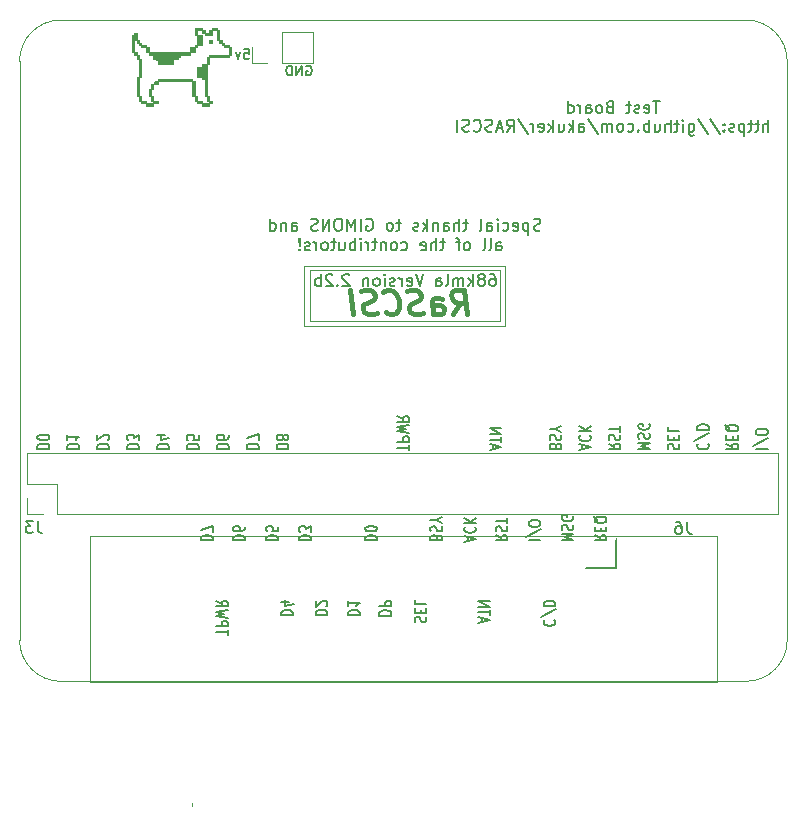
<source format=gbr>
%TF.GenerationSoftware,KiCad,Pcbnew,(5.1.4)-1*%
%TF.CreationDate,2020-08-22T19:58:44-05:00*%
%TF.ProjectId,rascsi_tester,72617363-7369-45f7-9465-737465722e6b,rev?*%
%TF.SameCoordinates,PX59d60c0PY325aa00*%
%TF.FileFunction,Legend,Bot*%
%TF.FilePolarity,Positive*%
%FSLAX46Y46*%
G04 Gerber Fmt 4.6, Leading zero omitted, Abs format (unit mm)*
G04 Created by KiCad (PCBNEW (5.1.4)-1) date 2020-08-22 19:58:44*
%MOMM*%
%LPD*%
G04 APERTURE LIST*
%ADD10C,0.150000*%
%ADD11C,0.120000*%
%ADD12C,0.400000*%
%ADD13C,0.050000*%
%ADD14C,0.100000*%
%ADD15C,0.010000*%
G04 APERTURE END LIST*
D10*
X134491580Y3436620D02*
X133920152Y3436620D01*
X134205866Y2436620D02*
X134205866Y3436620D01*
X133205866Y2484239D02*
X133301104Y2436620D01*
X133491580Y2436620D01*
X133586819Y2484239D01*
X133634438Y2579477D01*
X133634438Y2960429D01*
X133586819Y3055667D01*
X133491580Y3103286D01*
X133301104Y3103286D01*
X133205866Y3055667D01*
X133158247Y2960429D01*
X133158247Y2865191D01*
X133634438Y2769953D01*
X132777295Y2484239D02*
X132682057Y2436620D01*
X132491580Y2436620D01*
X132396342Y2484239D01*
X132348723Y2579477D01*
X132348723Y2627096D01*
X132396342Y2722334D01*
X132491580Y2769953D01*
X132634438Y2769953D01*
X132729676Y2817572D01*
X132777295Y2912810D01*
X132777295Y2960429D01*
X132729676Y3055667D01*
X132634438Y3103286D01*
X132491580Y3103286D01*
X132396342Y3055667D01*
X132063009Y3103286D02*
X131682057Y3103286D01*
X131920152Y3436620D02*
X131920152Y2579477D01*
X131872533Y2484239D01*
X131777295Y2436620D01*
X131682057Y2436620D01*
X130253485Y2960429D02*
X130110628Y2912810D01*
X130063009Y2865191D01*
X130015390Y2769953D01*
X130015390Y2627096D01*
X130063009Y2531858D01*
X130110628Y2484239D01*
X130205866Y2436620D01*
X130586819Y2436620D01*
X130586819Y3436620D01*
X130253485Y3436620D01*
X130158247Y3389000D01*
X130110628Y3341381D01*
X130063009Y3246143D01*
X130063009Y3150905D01*
X130110628Y3055667D01*
X130158247Y3008048D01*
X130253485Y2960429D01*
X130586819Y2960429D01*
X129443961Y2436620D02*
X129539200Y2484239D01*
X129586819Y2531858D01*
X129634438Y2627096D01*
X129634438Y2912810D01*
X129586819Y3008048D01*
X129539200Y3055667D01*
X129443961Y3103286D01*
X129301104Y3103286D01*
X129205866Y3055667D01*
X129158247Y3008048D01*
X129110628Y2912810D01*
X129110628Y2627096D01*
X129158247Y2531858D01*
X129205866Y2484239D01*
X129301104Y2436620D01*
X129443961Y2436620D01*
X128253485Y2436620D02*
X128253485Y2960429D01*
X128301104Y3055667D01*
X128396342Y3103286D01*
X128586819Y3103286D01*
X128682057Y3055667D01*
X128253485Y2484239D02*
X128348723Y2436620D01*
X128586819Y2436620D01*
X128682057Y2484239D01*
X128729676Y2579477D01*
X128729676Y2674715D01*
X128682057Y2769953D01*
X128586819Y2817572D01*
X128348723Y2817572D01*
X128253485Y2865191D01*
X127777295Y2436620D02*
X127777295Y3103286D01*
X127777295Y2912810D02*
X127729676Y3008048D01*
X127682057Y3055667D01*
X127586819Y3103286D01*
X127491580Y3103286D01*
X126729676Y2436620D02*
X126729676Y3436620D01*
X126729676Y2484239D02*
X126824914Y2436620D01*
X127015390Y2436620D01*
X127110628Y2484239D01*
X127158247Y2531858D01*
X127205866Y2627096D01*
X127205866Y2912810D01*
X127158247Y3008048D01*
X127110628Y3055667D01*
X127015390Y3103286D01*
X126824914Y3103286D01*
X126729676Y3055667D01*
X143705866Y849120D02*
X143705866Y1849120D01*
X143277295Y849120D02*
X143277295Y1372929D01*
X143324914Y1468167D01*
X143420152Y1515786D01*
X143563009Y1515786D01*
X143658247Y1468167D01*
X143705866Y1420548D01*
X142943961Y1515786D02*
X142563009Y1515786D01*
X142801104Y1849120D02*
X142801104Y991977D01*
X142753485Y896739D01*
X142658247Y849120D01*
X142563009Y849120D01*
X142372533Y1515786D02*
X141991580Y1515786D01*
X142229676Y1849120D02*
X142229676Y991977D01*
X142182057Y896739D01*
X142086819Y849120D01*
X141991580Y849120D01*
X141658247Y1515786D02*
X141658247Y515786D01*
X141658247Y1468167D02*
X141563009Y1515786D01*
X141372533Y1515786D01*
X141277295Y1468167D01*
X141229676Y1420548D01*
X141182057Y1325310D01*
X141182057Y1039596D01*
X141229676Y944358D01*
X141277295Y896739D01*
X141372533Y849120D01*
X141563009Y849120D01*
X141658247Y896739D01*
X140801104Y896739D02*
X140705866Y849120D01*
X140515390Y849120D01*
X140420152Y896739D01*
X140372533Y991977D01*
X140372533Y1039596D01*
X140420152Y1134834D01*
X140515390Y1182453D01*
X140658247Y1182453D01*
X140753485Y1230072D01*
X140801104Y1325310D01*
X140801104Y1372929D01*
X140753485Y1468167D01*
X140658247Y1515786D01*
X140515390Y1515786D01*
X140420152Y1468167D01*
X139943961Y944358D02*
X139896342Y896739D01*
X139943961Y849120D01*
X139991580Y896739D01*
X139943961Y944358D01*
X139943961Y849120D01*
X139943961Y1468167D02*
X139896342Y1420548D01*
X139943961Y1372929D01*
X139991580Y1420548D01*
X139943961Y1468167D01*
X139943961Y1372929D01*
X138753485Y1896739D02*
X139610628Y611024D01*
X137705866Y1896739D02*
X138563009Y611024D01*
X136943961Y1515786D02*
X136943961Y706262D01*
X136991580Y611024D01*
X137039200Y563405D01*
X137134438Y515786D01*
X137277295Y515786D01*
X137372533Y563405D01*
X136943961Y896739D02*
X137039200Y849120D01*
X137229676Y849120D01*
X137324914Y896739D01*
X137372533Y944358D01*
X137420152Y1039596D01*
X137420152Y1325310D01*
X137372533Y1420548D01*
X137324914Y1468167D01*
X137229676Y1515786D01*
X137039200Y1515786D01*
X136943961Y1468167D01*
X136467771Y849120D02*
X136467771Y1515786D01*
X136467771Y1849120D02*
X136515390Y1801500D01*
X136467771Y1753881D01*
X136420152Y1801500D01*
X136467771Y1849120D01*
X136467771Y1753881D01*
X136134438Y1515786D02*
X135753485Y1515786D01*
X135991580Y1849120D02*
X135991580Y991977D01*
X135943961Y896739D01*
X135848723Y849120D01*
X135753485Y849120D01*
X135420152Y849120D02*
X135420152Y1849120D01*
X134991580Y849120D02*
X134991580Y1372929D01*
X135039200Y1468167D01*
X135134438Y1515786D01*
X135277295Y1515786D01*
X135372533Y1468167D01*
X135420152Y1420548D01*
X134086819Y1515786D02*
X134086819Y849120D01*
X134515390Y1515786D02*
X134515390Y991977D01*
X134467771Y896739D01*
X134372533Y849120D01*
X134229676Y849120D01*
X134134438Y896739D01*
X134086819Y944358D01*
X133610628Y849120D02*
X133610628Y1849120D01*
X133610628Y1468167D02*
X133515390Y1515786D01*
X133324914Y1515786D01*
X133229676Y1468167D01*
X133182057Y1420548D01*
X133134438Y1325310D01*
X133134438Y1039596D01*
X133182057Y944358D01*
X133229676Y896739D01*
X133324914Y849120D01*
X133515390Y849120D01*
X133610628Y896739D01*
X132705866Y944358D02*
X132658247Y896739D01*
X132705866Y849120D01*
X132753485Y896739D01*
X132705866Y944358D01*
X132705866Y849120D01*
X131801104Y896739D02*
X131896342Y849120D01*
X132086819Y849120D01*
X132182057Y896739D01*
X132229676Y944358D01*
X132277295Y1039596D01*
X132277295Y1325310D01*
X132229676Y1420548D01*
X132182057Y1468167D01*
X132086819Y1515786D01*
X131896342Y1515786D01*
X131801104Y1468167D01*
X131229676Y849120D02*
X131324914Y896739D01*
X131372533Y944358D01*
X131420152Y1039596D01*
X131420152Y1325310D01*
X131372533Y1420548D01*
X131324914Y1468167D01*
X131229676Y1515786D01*
X131086819Y1515786D01*
X130991580Y1468167D01*
X130943961Y1420548D01*
X130896342Y1325310D01*
X130896342Y1039596D01*
X130943961Y944358D01*
X130991580Y896739D01*
X131086819Y849120D01*
X131229676Y849120D01*
X130467771Y849120D02*
X130467771Y1515786D01*
X130467771Y1420548D02*
X130420152Y1468167D01*
X130324914Y1515786D01*
X130182057Y1515786D01*
X130086819Y1468167D01*
X130039200Y1372929D01*
X130039200Y849120D01*
X130039200Y1372929D02*
X129991580Y1468167D01*
X129896342Y1515786D01*
X129753485Y1515786D01*
X129658247Y1468167D01*
X129610628Y1372929D01*
X129610628Y849120D01*
X128420152Y1896739D02*
X129277295Y611024D01*
X127658247Y849120D02*
X127658247Y1372929D01*
X127705866Y1468167D01*
X127801104Y1515786D01*
X127991580Y1515786D01*
X128086819Y1468167D01*
X127658247Y896739D02*
X127753485Y849120D01*
X127991580Y849120D01*
X128086819Y896739D01*
X128134438Y991977D01*
X128134438Y1087215D01*
X128086819Y1182453D01*
X127991580Y1230072D01*
X127753485Y1230072D01*
X127658247Y1277691D01*
X127182057Y849120D02*
X127182057Y1849120D01*
X127086819Y1230072D02*
X126801104Y849120D01*
X126801104Y1515786D02*
X127182057Y1134834D01*
X125943961Y1515786D02*
X125943961Y849120D01*
X126372533Y1515786D02*
X126372533Y991977D01*
X126324914Y896739D01*
X126229676Y849120D01*
X126086819Y849120D01*
X125991580Y896739D01*
X125943961Y944358D01*
X125467771Y849120D02*
X125467771Y1849120D01*
X125372533Y1230072D02*
X125086819Y849120D01*
X125086819Y1515786D02*
X125467771Y1134834D01*
X124277295Y896739D02*
X124372533Y849120D01*
X124563009Y849120D01*
X124658247Y896739D01*
X124705866Y991977D01*
X124705866Y1372929D01*
X124658247Y1468167D01*
X124563009Y1515786D01*
X124372533Y1515786D01*
X124277295Y1468167D01*
X124229676Y1372929D01*
X124229676Y1277691D01*
X124705866Y1182453D01*
X123801104Y849120D02*
X123801104Y1515786D01*
X123801104Y1325310D02*
X123753485Y1420548D01*
X123705866Y1468167D01*
X123610628Y1515786D01*
X123515390Y1515786D01*
X122467771Y1896739D02*
X123324914Y611024D01*
X121563009Y849120D02*
X121896342Y1325310D01*
X122134438Y849120D02*
X122134438Y1849120D01*
X121753485Y1849120D01*
X121658247Y1801500D01*
X121610628Y1753881D01*
X121563009Y1658643D01*
X121563009Y1515786D01*
X121610628Y1420548D01*
X121658247Y1372929D01*
X121753485Y1325310D01*
X122134438Y1325310D01*
X121182057Y1134834D02*
X120705866Y1134834D01*
X121277295Y849120D02*
X120943961Y1849120D01*
X120610628Y849120D01*
X120324914Y896739D02*
X120182057Y849120D01*
X119943961Y849120D01*
X119848723Y896739D01*
X119801104Y944358D01*
X119753485Y1039596D01*
X119753485Y1134834D01*
X119801104Y1230072D01*
X119848723Y1277691D01*
X119943961Y1325310D01*
X120134438Y1372929D01*
X120229676Y1420548D01*
X120277295Y1468167D01*
X120324914Y1563405D01*
X120324914Y1658643D01*
X120277295Y1753881D01*
X120229676Y1801500D01*
X120134438Y1849120D01*
X119896342Y1849120D01*
X119753485Y1801500D01*
X118753485Y944358D02*
X118801104Y896739D01*
X118943961Y849120D01*
X119039200Y849120D01*
X119182057Y896739D01*
X119277295Y991977D01*
X119324914Y1087215D01*
X119372533Y1277691D01*
X119372533Y1420548D01*
X119324914Y1611024D01*
X119277295Y1706262D01*
X119182057Y1801500D01*
X119039200Y1849120D01*
X118943961Y1849120D01*
X118801104Y1801500D01*
X118753485Y1753881D01*
X118372533Y896739D02*
X118229676Y849120D01*
X117991580Y849120D01*
X117896342Y896739D01*
X117848723Y944358D01*
X117801104Y1039596D01*
X117801104Y1134834D01*
X117848723Y1230072D01*
X117896342Y1277691D01*
X117991580Y1325310D01*
X118182057Y1372929D01*
X118277295Y1420548D01*
X118324914Y1468167D01*
X118372533Y1563405D01*
X118372533Y1658643D01*
X118324914Y1753881D01*
X118277295Y1801500D01*
X118182057Y1849120D01*
X117943961Y1849120D01*
X117801104Y1801500D01*
X117372533Y849120D02*
X117372533Y1849120D01*
X99309885Y7822896D02*
X99690838Y7822896D01*
X99728933Y7441943D01*
X99690838Y7480039D01*
X99614647Y7518134D01*
X99424171Y7518134D01*
X99347980Y7480039D01*
X99309885Y7441943D01*
X99271790Y7365753D01*
X99271790Y7175277D01*
X99309885Y7099086D01*
X99347980Y7060991D01*
X99424171Y7022896D01*
X99614647Y7022896D01*
X99690838Y7060991D01*
X99728933Y7099086D01*
X99005123Y7556229D02*
X98814647Y7022896D01*
X98624171Y7556229D01*
X123406619Y-33769476D02*
X124406619Y-33769476D01*
X124454238Y-32817095D02*
X123168523Y-33502809D01*
X124406619Y-32398047D02*
X124406619Y-32245666D01*
X124359000Y-32169476D01*
X124263761Y-32093285D01*
X124073285Y-32055190D01*
X123739952Y-32055190D01*
X123549476Y-32093285D01*
X123454238Y-32169476D01*
X123406619Y-32245666D01*
X123406619Y-32398047D01*
X123454238Y-32474238D01*
X123549476Y-32550428D01*
X123739952Y-32588523D01*
X124073285Y-32588523D01*
X124263761Y-32550428D01*
X124359000Y-32474238D01*
X124406619Y-32398047D01*
X120612619Y-33312333D02*
X121088809Y-33578999D01*
X120612619Y-33769476D02*
X121612619Y-33769476D01*
X121612619Y-33464714D01*
X121565000Y-33388523D01*
X121517380Y-33350428D01*
X121422142Y-33312333D01*
X121279285Y-33312333D01*
X121184047Y-33350428D01*
X121136428Y-33388523D01*
X121088809Y-33464714D01*
X121088809Y-33769476D01*
X120660238Y-33007571D02*
X120612619Y-32893285D01*
X120612619Y-32702809D01*
X120660238Y-32626618D01*
X120707857Y-32588523D01*
X120803095Y-32550428D01*
X120898333Y-32550428D01*
X120993571Y-32588523D01*
X121041190Y-32626618D01*
X121088809Y-32702809D01*
X121136428Y-32855190D01*
X121184047Y-32931380D01*
X121231666Y-32969476D01*
X121326904Y-33007571D01*
X121422142Y-33007571D01*
X121517380Y-32969476D01*
X121565000Y-32931380D01*
X121612619Y-32855190D01*
X121612619Y-32664714D01*
X121565000Y-32550428D01*
X121612619Y-32321857D02*
X121612619Y-31864714D01*
X120612619Y-32093285D02*
X121612619Y-32093285D01*
X113802238Y-40697285D02*
X113754619Y-40583000D01*
X113754619Y-40392523D01*
X113802238Y-40316333D01*
X113849857Y-40278238D01*
X113945095Y-40240142D01*
X114040333Y-40240142D01*
X114135571Y-40278238D01*
X114183190Y-40316333D01*
X114230809Y-40392523D01*
X114278428Y-40544904D01*
X114326047Y-40621095D01*
X114373666Y-40659190D01*
X114468904Y-40697285D01*
X114564142Y-40697285D01*
X114659380Y-40659190D01*
X114707000Y-40621095D01*
X114754619Y-40544904D01*
X114754619Y-40354428D01*
X114707000Y-40240142D01*
X114278428Y-39897285D02*
X114278428Y-39630619D01*
X113754619Y-39516333D02*
X113754619Y-39897285D01*
X114754619Y-39897285D01*
X114754619Y-39516333D01*
X113754619Y-38792523D02*
X113754619Y-39173476D01*
X114754619Y-39173476D01*
X109563619Y-33769476D02*
X110563619Y-33769476D01*
X110563619Y-33579000D01*
X110516000Y-33464714D01*
X110420761Y-33388523D01*
X110325523Y-33350428D01*
X110135047Y-33312333D01*
X109992190Y-33312333D01*
X109801714Y-33350428D01*
X109706476Y-33388523D01*
X109611238Y-33464714D01*
X109563619Y-33579000D01*
X109563619Y-33769476D01*
X110563619Y-32817095D02*
X110563619Y-32740904D01*
X110516000Y-32664714D01*
X110468380Y-32626619D01*
X110373142Y-32588523D01*
X110182666Y-32550428D01*
X109944571Y-32550428D01*
X109754095Y-32588523D01*
X109658857Y-32626619D01*
X109611238Y-32664714D01*
X109563619Y-32740904D01*
X109563619Y-32817095D01*
X109611238Y-32893285D01*
X109658857Y-32931380D01*
X109754095Y-32969476D01*
X109944571Y-33007571D01*
X110182666Y-33007571D01*
X110373142Y-32969476D01*
X110468380Y-32931380D01*
X110516000Y-32893285D01*
X110563619Y-32817095D01*
X101181619Y-33769476D02*
X102181619Y-33769476D01*
X102181619Y-33579000D01*
X102134000Y-33464714D01*
X102038761Y-33388523D01*
X101943523Y-33350428D01*
X101753047Y-33312333D01*
X101610190Y-33312333D01*
X101419714Y-33350428D01*
X101324476Y-33388523D01*
X101229238Y-33464714D01*
X101181619Y-33579000D01*
X101181619Y-33769476D01*
X102181619Y-32588523D02*
X102181619Y-32969476D01*
X101705428Y-33007571D01*
X101753047Y-32969476D01*
X101800666Y-32893285D01*
X101800666Y-32702809D01*
X101753047Y-32626619D01*
X101705428Y-32588523D01*
X101610190Y-32550428D01*
X101372095Y-32550428D01*
X101276857Y-32588523D01*
X101229238Y-32626619D01*
X101181619Y-32702809D01*
X101181619Y-32893285D01*
X101229238Y-32969476D01*
X101276857Y-33007571D01*
X115611928Y-33502809D02*
X115564309Y-33388523D01*
X115516690Y-33350428D01*
X115421452Y-33312333D01*
X115278595Y-33312333D01*
X115183357Y-33350428D01*
X115135738Y-33388523D01*
X115088119Y-33464714D01*
X115088119Y-33769476D01*
X116088119Y-33769476D01*
X116088119Y-33502809D01*
X116040500Y-33426619D01*
X115992880Y-33388523D01*
X115897642Y-33350428D01*
X115802404Y-33350428D01*
X115707166Y-33388523D01*
X115659547Y-33426619D01*
X115611928Y-33502809D01*
X115611928Y-33769476D01*
X115135738Y-33007571D02*
X115088119Y-32893285D01*
X115088119Y-32702809D01*
X115135738Y-32626619D01*
X115183357Y-32588523D01*
X115278595Y-32550428D01*
X115373833Y-32550428D01*
X115469071Y-32588523D01*
X115516690Y-32626619D01*
X115564309Y-32702809D01*
X115611928Y-32855190D01*
X115659547Y-32931381D01*
X115707166Y-32969476D01*
X115802404Y-33007571D01*
X115897642Y-33007571D01*
X115992880Y-32969476D01*
X116040500Y-32931381D01*
X116088119Y-32855190D01*
X116088119Y-32664714D01*
X116040500Y-32550428D01*
X115564309Y-32055190D02*
X115088119Y-32055190D01*
X116088119Y-32321857D02*
X115564309Y-32055190D01*
X116088119Y-31788523D01*
X98387619Y-33769476D02*
X99387619Y-33769476D01*
X99387619Y-33579000D01*
X99340000Y-33464714D01*
X99244761Y-33388523D01*
X99149523Y-33350428D01*
X98959047Y-33312333D01*
X98816190Y-33312333D01*
X98625714Y-33350428D01*
X98530476Y-33388523D01*
X98435238Y-33464714D01*
X98387619Y-33579000D01*
X98387619Y-33769476D01*
X99387619Y-32626619D02*
X99387619Y-32779000D01*
X99340000Y-32855190D01*
X99292380Y-32893285D01*
X99149523Y-32969476D01*
X98959047Y-33007571D01*
X98578095Y-33007571D01*
X98482857Y-32969476D01*
X98435238Y-32931380D01*
X98387619Y-32855190D01*
X98387619Y-32702809D01*
X98435238Y-32626619D01*
X98482857Y-32588523D01*
X98578095Y-32550428D01*
X98816190Y-32550428D01*
X98911428Y-32588523D01*
X98959047Y-32626619D01*
X99006666Y-32702809D01*
X99006666Y-32855190D01*
X98959047Y-32931380D01*
X98911428Y-32969476D01*
X98816190Y-33007571D01*
X108103119Y-40087762D02*
X109103119Y-40087762D01*
X109103119Y-39897286D01*
X109055500Y-39783000D01*
X108960261Y-39706809D01*
X108865023Y-39668714D01*
X108674547Y-39630619D01*
X108531690Y-39630619D01*
X108341214Y-39668714D01*
X108245976Y-39706809D01*
X108150738Y-39783000D01*
X108103119Y-39897286D01*
X108103119Y-40087762D01*
X108103119Y-38868714D02*
X108103119Y-39325857D01*
X108103119Y-39097286D02*
X109103119Y-39097286D01*
X108960261Y-39173476D01*
X108865023Y-39249666D01*
X108817404Y-39325857D01*
X102451619Y-40087762D02*
X103451619Y-40087762D01*
X103451619Y-39897286D01*
X103404000Y-39783000D01*
X103308761Y-39706809D01*
X103213523Y-39668714D01*
X103023047Y-39630619D01*
X102880190Y-39630619D01*
X102689714Y-39668714D01*
X102594476Y-39706809D01*
X102499238Y-39783000D01*
X102451619Y-39897286D01*
X102451619Y-40087762D01*
X103118285Y-38944905D02*
X102451619Y-38944905D01*
X103499238Y-39135381D02*
X102784952Y-39325857D01*
X102784952Y-38830619D01*
X105372619Y-40087762D02*
X106372619Y-40087762D01*
X106372619Y-39897286D01*
X106325000Y-39783000D01*
X106229761Y-39706809D01*
X106134523Y-39668714D01*
X105944047Y-39630619D01*
X105801190Y-39630619D01*
X105610714Y-39668714D01*
X105515476Y-39706809D01*
X105420238Y-39783000D01*
X105372619Y-39897286D01*
X105372619Y-40087762D01*
X106277380Y-39325857D02*
X106325000Y-39287762D01*
X106372619Y-39211571D01*
X106372619Y-39021095D01*
X106325000Y-38944905D01*
X106277380Y-38906809D01*
X106182142Y-38868714D01*
X106086904Y-38868714D01*
X105944047Y-38906809D01*
X105372619Y-39363952D01*
X105372619Y-38868714D01*
X126200619Y-33769477D02*
X127200619Y-33769477D01*
X126486333Y-33502810D01*
X127200619Y-33236143D01*
X126200619Y-33236143D01*
X126248238Y-32893286D02*
X126200619Y-32779000D01*
X126200619Y-32588524D01*
X126248238Y-32512334D01*
X126295857Y-32474238D01*
X126391095Y-32436143D01*
X126486333Y-32436143D01*
X126581571Y-32474238D01*
X126629190Y-32512334D01*
X126676809Y-32588524D01*
X126724428Y-32740905D01*
X126772047Y-32817096D01*
X126819666Y-32855191D01*
X126914904Y-32893286D01*
X127010142Y-32893286D01*
X127105380Y-32855191D01*
X127153000Y-32817096D01*
X127200619Y-32740905D01*
X127200619Y-32550429D01*
X127153000Y-32436143D01*
X127153000Y-31674238D02*
X127200619Y-31750429D01*
X127200619Y-31864715D01*
X127153000Y-31979000D01*
X127057761Y-32055191D01*
X126962523Y-32093286D01*
X126772047Y-32131381D01*
X126629190Y-32131381D01*
X126438714Y-32093286D01*
X126343476Y-32055191D01*
X126248238Y-31979000D01*
X126200619Y-31864715D01*
X126200619Y-31788524D01*
X126248238Y-31674238D01*
X126295857Y-31636143D01*
X126629190Y-31636143D01*
X126629190Y-31788524D01*
X97927119Y-41763953D02*
X97927119Y-41306810D01*
X96927119Y-41535381D02*
X97927119Y-41535381D01*
X96927119Y-41040143D02*
X97927119Y-41040143D01*
X97927119Y-40735381D01*
X97879500Y-40659191D01*
X97831880Y-40621096D01*
X97736642Y-40583000D01*
X97593785Y-40583000D01*
X97498547Y-40621096D01*
X97450928Y-40659191D01*
X97403309Y-40735381D01*
X97403309Y-41040143D01*
X97927119Y-40316334D02*
X96927119Y-40125858D01*
X97641404Y-39973477D01*
X96927119Y-39821096D01*
X97927119Y-39630619D01*
X96927119Y-38868715D02*
X97403309Y-39135381D01*
X96927119Y-39325858D02*
X97927119Y-39325858D01*
X97927119Y-39021096D01*
X97879500Y-38944905D01*
X97831880Y-38906810D01*
X97736642Y-38868715D01*
X97593785Y-38868715D01*
X97498547Y-38906810D01*
X97450928Y-38944905D01*
X97403309Y-39021096D01*
X97403309Y-39325858D01*
X103975619Y-33769476D02*
X104975619Y-33769476D01*
X104975619Y-33579000D01*
X104928000Y-33464714D01*
X104832761Y-33388523D01*
X104737523Y-33350428D01*
X104547047Y-33312333D01*
X104404190Y-33312333D01*
X104213714Y-33350428D01*
X104118476Y-33388523D01*
X104023238Y-33464714D01*
X103975619Y-33579000D01*
X103975619Y-33769476D01*
X104975619Y-33045666D02*
X104975619Y-32550428D01*
X104594666Y-32817095D01*
X104594666Y-32702809D01*
X104547047Y-32626619D01*
X104499428Y-32588523D01*
X104404190Y-32550428D01*
X104166095Y-32550428D01*
X104070857Y-32588523D01*
X104023238Y-32626619D01*
X103975619Y-32702809D01*
X103975619Y-32931380D01*
X104023238Y-33007571D01*
X104070857Y-33045666D01*
X124771857Y-40506809D02*
X124724238Y-40544904D01*
X124676619Y-40659190D01*
X124676619Y-40735381D01*
X124724238Y-40849666D01*
X124819476Y-40925857D01*
X124914714Y-40963952D01*
X125105190Y-41002047D01*
X125248047Y-41002047D01*
X125438523Y-40963952D01*
X125533761Y-40925857D01*
X125629000Y-40849666D01*
X125676619Y-40735381D01*
X125676619Y-40659190D01*
X125629000Y-40544904D01*
X125581380Y-40506809D01*
X125724238Y-39592523D02*
X124438523Y-40278238D01*
X124676619Y-39325857D02*
X125676619Y-39325857D01*
X125676619Y-39135381D01*
X125629000Y-39021095D01*
X125533761Y-38944904D01*
X125438523Y-38906809D01*
X125248047Y-38868714D01*
X125105190Y-38868714D01*
X124914714Y-38906809D01*
X124819476Y-38944904D01*
X124724238Y-39021095D01*
X124676619Y-39135381D01*
X124676619Y-39325857D01*
X118231333Y-33807572D02*
X118231333Y-33426619D01*
X117945619Y-33883762D02*
X118945619Y-33617096D01*
X117945619Y-33350429D01*
X118040857Y-32626619D02*
X117993238Y-32664715D01*
X117945619Y-32779000D01*
X117945619Y-32855191D01*
X117993238Y-32969476D01*
X118088476Y-33045667D01*
X118183714Y-33083762D01*
X118374190Y-33121857D01*
X118517047Y-33121857D01*
X118707523Y-33083762D01*
X118802761Y-33045667D01*
X118898000Y-32969476D01*
X118945619Y-32855191D01*
X118945619Y-32779000D01*
X118898000Y-32664715D01*
X118850380Y-32626619D01*
X117945619Y-32283762D02*
X118945619Y-32283762D01*
X117945619Y-31826619D02*
X118517047Y-32169476D01*
X118945619Y-31826619D02*
X118374190Y-32283762D01*
X119437833Y-40697285D02*
X119437833Y-40316333D01*
X119152119Y-40773476D02*
X120152119Y-40506809D01*
X119152119Y-40240142D01*
X120152119Y-40087761D02*
X120152119Y-39630619D01*
X119152119Y-39859190D02*
X120152119Y-39859190D01*
X119152119Y-39363952D02*
X120152119Y-39363952D01*
X119152119Y-38906809D01*
X120152119Y-38906809D01*
X110770119Y-40125857D02*
X111770119Y-40125857D01*
X111770119Y-39935381D01*
X111722500Y-39821095D01*
X111627261Y-39744905D01*
X111532023Y-39706810D01*
X111341547Y-39668714D01*
X111198690Y-39668714D01*
X111008214Y-39706810D01*
X110912976Y-39744905D01*
X110817738Y-39821095D01*
X110770119Y-39935381D01*
X110770119Y-40125857D01*
X110770119Y-39325857D02*
X111770119Y-39325857D01*
X111770119Y-39021095D01*
X111722500Y-38944905D01*
X111674880Y-38906810D01*
X111579642Y-38868714D01*
X111436785Y-38868714D01*
X111341547Y-38906810D01*
X111293928Y-38944905D01*
X111246309Y-39021095D01*
X111246309Y-39325857D01*
X95657119Y-33769476D02*
X96657119Y-33769476D01*
X96657119Y-33579000D01*
X96609500Y-33464714D01*
X96514261Y-33388523D01*
X96419023Y-33350428D01*
X96228547Y-33312333D01*
X96085690Y-33312333D01*
X95895214Y-33350428D01*
X95799976Y-33388523D01*
X95704738Y-33464714D01*
X95657119Y-33579000D01*
X95657119Y-33769476D01*
X96657119Y-33045666D02*
X96657119Y-32512333D01*
X95657119Y-32855190D01*
X128994619Y-33312333D02*
X129470809Y-33579000D01*
X128994619Y-33769476D02*
X129994619Y-33769476D01*
X129994619Y-33464714D01*
X129947000Y-33388523D01*
X129899380Y-33350428D01*
X129804142Y-33312333D01*
X129661285Y-33312333D01*
X129566047Y-33350428D01*
X129518428Y-33388523D01*
X129470809Y-33464714D01*
X129470809Y-33769476D01*
X129518428Y-32969476D02*
X129518428Y-32702809D01*
X128994619Y-32588523D02*
X128994619Y-32969476D01*
X129994619Y-32969476D01*
X129994619Y-32588523D01*
X128899380Y-31712333D02*
X128947000Y-31788523D01*
X129042238Y-31864714D01*
X129185095Y-31979000D01*
X129232714Y-32055190D01*
X129232714Y-32131380D01*
X128994619Y-32093285D02*
X129042238Y-32169476D01*
X129137476Y-32245666D01*
X129327952Y-32283761D01*
X129661285Y-32283761D01*
X129851761Y-32245666D01*
X129947000Y-32169476D01*
X129994619Y-32093285D01*
X129994619Y-31940904D01*
X129947000Y-31864714D01*
X129851761Y-31788523D01*
X129661285Y-31750428D01*
X129327952Y-31750428D01*
X129137476Y-31788523D01*
X129042238Y-31864714D01*
X128994619Y-31940904D01*
X128994619Y-32093285D01*
X142647119Y-26022476D02*
X143647119Y-26022476D01*
X143694738Y-25070095D02*
X142409023Y-25755809D01*
X143647119Y-24651047D02*
X143647119Y-24498666D01*
X143599500Y-24422476D01*
X143504261Y-24346285D01*
X143313785Y-24308190D01*
X142980452Y-24308190D01*
X142789976Y-24346285D01*
X142694738Y-24422476D01*
X142647119Y-24498666D01*
X142647119Y-24651047D01*
X142694738Y-24727238D01*
X142789976Y-24803428D01*
X142980452Y-24841523D01*
X143313785Y-24841523D01*
X143504261Y-24803428D01*
X143599500Y-24727238D01*
X143647119Y-24651047D01*
X140152471Y-25565333D02*
X140628661Y-25832000D01*
X140152471Y-26022476D02*
X141152471Y-26022476D01*
X141152471Y-25717714D01*
X141104852Y-25641523D01*
X141057232Y-25603428D01*
X140961994Y-25565333D01*
X140819137Y-25565333D01*
X140723899Y-25603428D01*
X140676280Y-25641523D01*
X140628661Y-25717714D01*
X140628661Y-26022476D01*
X140676280Y-25222476D02*
X140676280Y-24955809D01*
X140152471Y-24841523D02*
X140152471Y-25222476D01*
X141152471Y-25222476D01*
X141152471Y-24841523D01*
X140057232Y-23965333D02*
X140104852Y-24041523D01*
X140200090Y-24117714D01*
X140342947Y-24232000D01*
X140390566Y-24308190D01*
X140390566Y-24384380D01*
X140152471Y-24346285D02*
X140200090Y-24422476D01*
X140295328Y-24498666D01*
X140485804Y-24536761D01*
X140819137Y-24536761D01*
X141009613Y-24498666D01*
X141104852Y-24422476D01*
X141152471Y-24346285D01*
X141152471Y-24193904D01*
X141104852Y-24117714D01*
X141009613Y-24041523D01*
X140819137Y-24003428D01*
X140485804Y-24003428D01*
X140295328Y-24041523D01*
X140200090Y-24117714D01*
X140152471Y-24193904D01*
X140152471Y-24346285D01*
X137753067Y-25565333D02*
X137705448Y-25603428D01*
X137657829Y-25717714D01*
X137657829Y-25793905D01*
X137705448Y-25908190D01*
X137800686Y-25984381D01*
X137895924Y-26022476D01*
X138086400Y-26060571D01*
X138229257Y-26060571D01*
X138419733Y-26022476D01*
X138514971Y-25984381D01*
X138610210Y-25908190D01*
X138657829Y-25793905D01*
X138657829Y-25717714D01*
X138610210Y-25603428D01*
X138562590Y-25565333D01*
X138705448Y-24651047D02*
X137419733Y-25336762D01*
X137657829Y-24384381D02*
X138657829Y-24384381D01*
X138657829Y-24193905D01*
X138610210Y-24079619D01*
X138514971Y-24003428D01*
X138419733Y-23965333D01*
X138229257Y-23927238D01*
X138086400Y-23927238D01*
X137895924Y-23965333D01*
X137800686Y-24003428D01*
X137705448Y-24079619D01*
X137657829Y-24193905D01*
X137657829Y-24384381D01*
X135210806Y-26060571D02*
X135163187Y-25946286D01*
X135163187Y-25755809D01*
X135210806Y-25679619D01*
X135258425Y-25641524D01*
X135353663Y-25603428D01*
X135448901Y-25603428D01*
X135544139Y-25641524D01*
X135591758Y-25679619D01*
X135639377Y-25755809D01*
X135686996Y-25908190D01*
X135734615Y-25984381D01*
X135782234Y-26022476D01*
X135877472Y-26060571D01*
X135972710Y-26060571D01*
X136067948Y-26022476D01*
X136115568Y-25984381D01*
X136163187Y-25908190D01*
X136163187Y-25717714D01*
X136115568Y-25603428D01*
X135686996Y-25260571D02*
X135686996Y-24993905D01*
X135163187Y-24879619D02*
X135163187Y-25260571D01*
X136163187Y-25260571D01*
X136163187Y-24879619D01*
X135163187Y-24155809D02*
X135163187Y-24536762D01*
X136163187Y-24536762D01*
X132668545Y-26022477D02*
X133668545Y-26022477D01*
X132954259Y-25755810D01*
X133668545Y-25489143D01*
X132668545Y-25489143D01*
X132716164Y-25146286D02*
X132668545Y-25032000D01*
X132668545Y-24841524D01*
X132716164Y-24765334D01*
X132763783Y-24727238D01*
X132859021Y-24689143D01*
X132954259Y-24689143D01*
X133049497Y-24727238D01*
X133097116Y-24765334D01*
X133144735Y-24841524D01*
X133192354Y-24993905D01*
X133239973Y-25070096D01*
X133287592Y-25108191D01*
X133382830Y-25146286D01*
X133478068Y-25146286D01*
X133573306Y-25108191D01*
X133620926Y-25070096D01*
X133668545Y-24993905D01*
X133668545Y-24803429D01*
X133620926Y-24689143D01*
X133620926Y-23927238D02*
X133668545Y-24003429D01*
X133668545Y-24117715D01*
X133620926Y-24232000D01*
X133525687Y-24308191D01*
X133430449Y-24346286D01*
X133239973Y-24384381D01*
X133097116Y-24384381D01*
X132906640Y-24346286D01*
X132811402Y-24308191D01*
X132716164Y-24232000D01*
X132668545Y-24117715D01*
X132668545Y-24041524D01*
X132716164Y-23927238D01*
X132763783Y-23889143D01*
X133097116Y-23889143D01*
X133097116Y-24041524D01*
X130173903Y-25565333D02*
X130650093Y-25831999D01*
X130173903Y-26022476D02*
X131173903Y-26022476D01*
X131173903Y-25717714D01*
X131126284Y-25641523D01*
X131078664Y-25603428D01*
X130983426Y-25565333D01*
X130840569Y-25565333D01*
X130745331Y-25603428D01*
X130697712Y-25641523D01*
X130650093Y-25717714D01*
X130650093Y-26022476D01*
X130221522Y-25260571D02*
X130173903Y-25146285D01*
X130173903Y-24955809D01*
X130221522Y-24879618D01*
X130269141Y-24841523D01*
X130364379Y-24803428D01*
X130459617Y-24803428D01*
X130554855Y-24841523D01*
X130602474Y-24879618D01*
X130650093Y-24955809D01*
X130697712Y-25108190D01*
X130745331Y-25184380D01*
X130792950Y-25222476D01*
X130888188Y-25260571D01*
X130983426Y-25260571D01*
X131078664Y-25222476D01*
X131126284Y-25184380D01*
X131173903Y-25108190D01*
X131173903Y-24917714D01*
X131126284Y-24803428D01*
X131173903Y-24574857D02*
X131173903Y-24117714D01*
X130173903Y-24346285D02*
X131173903Y-24346285D01*
X127964975Y-26060572D02*
X127964975Y-25679619D01*
X127679261Y-26136762D02*
X128679261Y-25870096D01*
X127679261Y-25603429D01*
X127774499Y-24879619D02*
X127726880Y-24917715D01*
X127679261Y-25032000D01*
X127679261Y-25108191D01*
X127726880Y-25222476D01*
X127822118Y-25298667D01*
X127917356Y-25336762D01*
X128107832Y-25374857D01*
X128250689Y-25374857D01*
X128441165Y-25336762D01*
X128536403Y-25298667D01*
X128631642Y-25222476D01*
X128679261Y-25108191D01*
X128679261Y-25032000D01*
X128631642Y-24917715D01*
X128584022Y-24879619D01*
X127679261Y-24536762D02*
X128679261Y-24536762D01*
X127679261Y-24079619D02*
X128250689Y-24422476D01*
X128679261Y-24079619D02*
X128107832Y-24536762D01*
X125708428Y-25755809D02*
X125660809Y-25641523D01*
X125613190Y-25603428D01*
X125517952Y-25565333D01*
X125375095Y-25565333D01*
X125279857Y-25603428D01*
X125232238Y-25641523D01*
X125184619Y-25717714D01*
X125184619Y-26022476D01*
X126184619Y-26022476D01*
X126184619Y-25755809D01*
X126137000Y-25679619D01*
X126089380Y-25641523D01*
X125994142Y-25603428D01*
X125898904Y-25603428D01*
X125803666Y-25641523D01*
X125756047Y-25679619D01*
X125708428Y-25755809D01*
X125708428Y-26022476D01*
X125232238Y-25260571D02*
X125184619Y-25146285D01*
X125184619Y-24955809D01*
X125232238Y-24879619D01*
X125279857Y-24841523D01*
X125375095Y-24803428D01*
X125470333Y-24803428D01*
X125565571Y-24841523D01*
X125613190Y-24879619D01*
X125660809Y-24955809D01*
X125708428Y-25108190D01*
X125756047Y-25184381D01*
X125803666Y-25222476D01*
X125898904Y-25260571D01*
X125994142Y-25260571D01*
X126089380Y-25222476D01*
X126137000Y-25184381D01*
X126184619Y-25108190D01*
X126184619Y-24917714D01*
X126137000Y-24803428D01*
X125660809Y-24308190D02*
X125184619Y-24308190D01*
X126184619Y-24574857D02*
X125660809Y-24308190D01*
X126184619Y-24041523D01*
X120390333Y-26060571D02*
X120390333Y-25679619D01*
X120104619Y-26136762D02*
X121104619Y-25870095D01*
X120104619Y-25603428D01*
X121104619Y-25451047D02*
X121104619Y-24993905D01*
X120104619Y-25222476D02*
X121104619Y-25222476D01*
X120104619Y-24727238D02*
X121104619Y-24727238D01*
X120104619Y-24270095D01*
X121104619Y-24270095D01*
X113294119Y-26136762D02*
X113294119Y-25679619D01*
X112294119Y-25908190D02*
X113294119Y-25908190D01*
X112294119Y-25412952D02*
X113294119Y-25412952D01*
X113294119Y-25108190D01*
X113246500Y-25032000D01*
X113198880Y-24993905D01*
X113103642Y-24955809D01*
X112960785Y-24955809D01*
X112865547Y-24993905D01*
X112817928Y-25032000D01*
X112770309Y-25108190D01*
X112770309Y-25412952D01*
X113294119Y-24689143D02*
X112294119Y-24498667D01*
X113008404Y-24346286D01*
X112294119Y-24193905D01*
X113294119Y-24003428D01*
X112294119Y-23241524D02*
X112770309Y-23508190D01*
X112294119Y-23698667D02*
X113294119Y-23698667D01*
X113294119Y-23393905D01*
X113246500Y-23317714D01*
X113198880Y-23279619D01*
X113103642Y-23241524D01*
X112960785Y-23241524D01*
X112865547Y-23279619D01*
X112817928Y-23317714D01*
X112770309Y-23393905D01*
X112770309Y-23698667D01*
X102070619Y-26022476D02*
X103070619Y-26022476D01*
X103070619Y-25832000D01*
X103023000Y-25717714D01*
X102927761Y-25641523D01*
X102832523Y-25603428D01*
X102642047Y-25565333D01*
X102499190Y-25565333D01*
X102308714Y-25603428D01*
X102213476Y-25641523D01*
X102118238Y-25717714D01*
X102070619Y-25832000D01*
X102070619Y-26022476D01*
X102642047Y-25108190D02*
X102689666Y-25184380D01*
X102737285Y-25222476D01*
X102832523Y-25260571D01*
X102880142Y-25260571D01*
X102975380Y-25222476D01*
X103023000Y-25184380D01*
X103070619Y-25108190D01*
X103070619Y-24955809D01*
X103023000Y-24879619D01*
X102975380Y-24841523D01*
X102880142Y-24803428D01*
X102832523Y-24803428D01*
X102737285Y-24841523D01*
X102689666Y-24879619D01*
X102642047Y-24955809D01*
X102642047Y-25108190D01*
X102594428Y-25184380D01*
X102546809Y-25222476D01*
X102451571Y-25260571D01*
X102261095Y-25260571D01*
X102165857Y-25222476D01*
X102118238Y-25184380D01*
X102070619Y-25108190D01*
X102070619Y-24955809D01*
X102118238Y-24879619D01*
X102165857Y-24841523D01*
X102261095Y-24803428D01*
X102451571Y-24803428D01*
X102546809Y-24841523D01*
X102594428Y-24879619D01*
X102642047Y-24955809D01*
X99538553Y-26022476D02*
X100538553Y-26022476D01*
X100538553Y-25832000D01*
X100490934Y-25717714D01*
X100395695Y-25641523D01*
X100300457Y-25603428D01*
X100109981Y-25565333D01*
X99967124Y-25565333D01*
X99776648Y-25603428D01*
X99681410Y-25641523D01*
X99586172Y-25717714D01*
X99538553Y-25832000D01*
X99538553Y-26022476D01*
X100538553Y-25298666D02*
X100538553Y-24765333D01*
X99538553Y-25108190D01*
X97006491Y-26022476D02*
X98006491Y-26022476D01*
X98006491Y-25832000D01*
X97958872Y-25717714D01*
X97863633Y-25641523D01*
X97768395Y-25603428D01*
X97577919Y-25565333D01*
X97435062Y-25565333D01*
X97244586Y-25603428D01*
X97149348Y-25641523D01*
X97054110Y-25717714D01*
X97006491Y-25832000D01*
X97006491Y-26022476D01*
X98006491Y-24879619D02*
X98006491Y-25032000D01*
X97958872Y-25108190D01*
X97911252Y-25146285D01*
X97768395Y-25222476D01*
X97577919Y-25260571D01*
X97196967Y-25260571D01*
X97101729Y-25222476D01*
X97054110Y-25184380D01*
X97006491Y-25108190D01*
X97006491Y-24955809D01*
X97054110Y-24879619D01*
X97101729Y-24841523D01*
X97196967Y-24803428D01*
X97435062Y-24803428D01*
X97530300Y-24841523D01*
X97577919Y-24879619D01*
X97625538Y-24955809D01*
X97625538Y-25108190D01*
X97577919Y-25184380D01*
X97530300Y-25222476D01*
X97435062Y-25260571D01*
X94474429Y-26022476D02*
X95474429Y-26022476D01*
X95474429Y-25832000D01*
X95426810Y-25717714D01*
X95331571Y-25641523D01*
X95236333Y-25603428D01*
X95045857Y-25565333D01*
X94903000Y-25565333D01*
X94712524Y-25603428D01*
X94617286Y-25641523D01*
X94522048Y-25717714D01*
X94474429Y-25832000D01*
X94474429Y-26022476D01*
X95474429Y-24841523D02*
X95474429Y-25222476D01*
X94998238Y-25260571D01*
X95045857Y-25222476D01*
X95093476Y-25146285D01*
X95093476Y-24955809D01*
X95045857Y-24879619D01*
X94998238Y-24841523D01*
X94903000Y-24803428D01*
X94664905Y-24803428D01*
X94569667Y-24841523D01*
X94522048Y-24879619D01*
X94474429Y-24955809D01*
X94474429Y-25146285D01*
X94522048Y-25222476D01*
X94569667Y-25260571D01*
X91942367Y-26022476D02*
X92942367Y-26022476D01*
X92942367Y-25832000D01*
X92894748Y-25717714D01*
X92799509Y-25641523D01*
X92704271Y-25603428D01*
X92513795Y-25565333D01*
X92370938Y-25565333D01*
X92180462Y-25603428D01*
X92085224Y-25641523D01*
X91989986Y-25717714D01*
X91942367Y-25832000D01*
X91942367Y-26022476D01*
X92609033Y-24879619D02*
X91942367Y-24879619D01*
X92989986Y-25070095D02*
X92275700Y-25260571D01*
X92275700Y-24765333D01*
X89410305Y-26022476D02*
X90410305Y-26022476D01*
X90410305Y-25832000D01*
X90362686Y-25717714D01*
X90267447Y-25641523D01*
X90172209Y-25603428D01*
X89981733Y-25565333D01*
X89838876Y-25565333D01*
X89648400Y-25603428D01*
X89553162Y-25641523D01*
X89457924Y-25717714D01*
X89410305Y-25832000D01*
X89410305Y-26022476D01*
X90410305Y-25298666D02*
X90410305Y-24803428D01*
X90029352Y-25070095D01*
X90029352Y-24955809D01*
X89981733Y-24879619D01*
X89934114Y-24841523D01*
X89838876Y-24803428D01*
X89600781Y-24803428D01*
X89505543Y-24841523D01*
X89457924Y-24879619D01*
X89410305Y-24955809D01*
X89410305Y-25184380D01*
X89457924Y-25260571D01*
X89505543Y-25298666D01*
X86878243Y-26022476D02*
X87878243Y-26022476D01*
X87878243Y-25832000D01*
X87830624Y-25717714D01*
X87735385Y-25641523D01*
X87640147Y-25603428D01*
X87449671Y-25565333D01*
X87306814Y-25565333D01*
X87116338Y-25603428D01*
X87021100Y-25641523D01*
X86925862Y-25717714D01*
X86878243Y-25832000D01*
X86878243Y-26022476D01*
X87783004Y-25260571D02*
X87830624Y-25222476D01*
X87878243Y-25146285D01*
X87878243Y-24955809D01*
X87830624Y-24879619D01*
X87783004Y-24841523D01*
X87687766Y-24803428D01*
X87592528Y-24803428D01*
X87449671Y-24841523D01*
X86878243Y-25298666D01*
X86878243Y-24803428D01*
X84346181Y-26022476D02*
X85346181Y-26022476D01*
X85346181Y-25832000D01*
X85298562Y-25717714D01*
X85203323Y-25641523D01*
X85108085Y-25603428D01*
X84917609Y-25565333D01*
X84774752Y-25565333D01*
X84584276Y-25603428D01*
X84489038Y-25641523D01*
X84393800Y-25717714D01*
X84346181Y-25832000D01*
X84346181Y-26022476D01*
X84346181Y-24803428D02*
X84346181Y-25260571D01*
X84346181Y-25032000D02*
X85346181Y-25032000D01*
X85203323Y-25108190D01*
X85108085Y-25184380D01*
X85060466Y-25260571D01*
X81814119Y-26022476D02*
X82814119Y-26022476D01*
X82814119Y-25832000D01*
X82766500Y-25717714D01*
X82671261Y-25641523D01*
X82576023Y-25603428D01*
X82385547Y-25565333D01*
X82242690Y-25565333D01*
X82052214Y-25603428D01*
X81956976Y-25641523D01*
X81861738Y-25717714D01*
X81814119Y-25832000D01*
X81814119Y-26022476D01*
X82814119Y-25070095D02*
X82814119Y-24993904D01*
X82766500Y-24917714D01*
X82718880Y-24879619D01*
X82623642Y-24841523D01*
X82433166Y-24803428D01*
X82195071Y-24803428D01*
X82004595Y-24841523D01*
X81909357Y-24879619D01*
X81861738Y-24917714D01*
X81814119Y-24993904D01*
X81814119Y-25070095D01*
X81861738Y-25146285D01*
X81909357Y-25184380D01*
X82004595Y-25222476D01*
X82195071Y-25260571D01*
X82433166Y-25260571D01*
X82623642Y-25222476D01*
X82718880Y-25184380D01*
X82766500Y-25146285D01*
X82814119Y-25070095D01*
D11*
X99957600Y6673600D02*
X99957600Y8007100D01*
X101291100Y6673600D02*
X99957600Y6673600D01*
X102497600Y9277100D02*
X102497600Y6673600D01*
X105164600Y9277100D02*
X102497600Y9277100D01*
X105164600Y6673600D02*
X105164600Y9277100D01*
X102561100Y6673600D02*
X105164600Y6673600D01*
D10*
X81837833Y-32123380D02*
X81837833Y-32837666D01*
X81885452Y-32980523D01*
X81980690Y-33075761D01*
X82123547Y-33123380D01*
X82218785Y-33123380D01*
X81456880Y-32123380D02*
X80837833Y-32123380D01*
X81171166Y-32504333D01*
X81028309Y-32504333D01*
X80933071Y-32551952D01*
X80885452Y-32599571D01*
X80837833Y-32694809D01*
X80837833Y-32932904D01*
X80885452Y-33028142D01*
X80933071Y-33075761D01*
X81028309Y-33123380D01*
X81314023Y-33123380D01*
X81409261Y-33075761D01*
X81456880Y-33028142D01*
X136816133Y-32199580D02*
X136816133Y-32913866D01*
X136863752Y-33056723D01*
X136958990Y-33151961D01*
X137101847Y-33199580D01*
X137197085Y-33199580D01*
X135911371Y-32199580D02*
X136101847Y-32199580D01*
X136197085Y-32247200D01*
X136244704Y-32294819D01*
X136339942Y-32437676D01*
X136387561Y-32628152D01*
X136387561Y-33009104D01*
X136339942Y-33104342D01*
X136292323Y-33151961D01*
X136197085Y-33199580D01*
X136006609Y-33199580D01*
X135911371Y-33151961D01*
X135863752Y-33104342D01*
X135816133Y-33009104D01*
X135816133Y-32771009D01*
X135863752Y-32675771D01*
X135911371Y-32628152D01*
X136006609Y-32580533D01*
X136197085Y-32580533D01*
X136292323Y-32628152D01*
X136339942Y-32675771D01*
X136387561Y-32771009D01*
D12*
X117042261Y-14576761D02*
X117589880Y-13624380D01*
X118185119Y-14576761D02*
X117935119Y-12576761D01*
X117173214Y-12576761D01*
X116994642Y-12672000D01*
X116911309Y-12767238D01*
X116839880Y-12957714D01*
X116875595Y-13243428D01*
X116994642Y-13433904D01*
X117101785Y-13529142D01*
X117304166Y-13624380D01*
X118066071Y-13624380D01*
X115327976Y-14576761D02*
X115197023Y-13529142D01*
X115268452Y-13338666D01*
X115447023Y-13243428D01*
X115827976Y-13243428D01*
X116030357Y-13338666D01*
X115316071Y-14481523D02*
X115518452Y-14576761D01*
X115994642Y-14576761D01*
X116173214Y-14481523D01*
X116244642Y-14291047D01*
X116220833Y-14100571D01*
X116101785Y-13910095D01*
X115899404Y-13814857D01*
X115423214Y-13814857D01*
X115220833Y-13719619D01*
X114458928Y-14481523D02*
X114185119Y-14576761D01*
X113708928Y-14576761D01*
X113506547Y-14481523D01*
X113399404Y-14386285D01*
X113280357Y-14195809D01*
X113256547Y-14005333D01*
X113327976Y-13814857D01*
X113411309Y-13719619D01*
X113589880Y-13624380D01*
X113958928Y-13529142D01*
X114137500Y-13433904D01*
X114220833Y-13338666D01*
X114292261Y-13148190D01*
X114268452Y-12957714D01*
X114149404Y-12767238D01*
X114042261Y-12672000D01*
X113839880Y-12576761D01*
X113363690Y-12576761D01*
X113089880Y-12672000D01*
X111304166Y-14386285D02*
X111411309Y-14481523D01*
X111708928Y-14576761D01*
X111899404Y-14576761D01*
X112173214Y-14481523D01*
X112339880Y-14291047D01*
X112411309Y-14100571D01*
X112458928Y-13719619D01*
X112423214Y-13433904D01*
X112280357Y-13052952D01*
X112161309Y-12862476D01*
X111947023Y-12672000D01*
X111649404Y-12576761D01*
X111458928Y-12576761D01*
X111185119Y-12672000D01*
X111101785Y-12767238D01*
X110554166Y-14481523D02*
X110280357Y-14576761D01*
X109804166Y-14576761D01*
X109601785Y-14481523D01*
X109494642Y-14386285D01*
X109375595Y-14195809D01*
X109351785Y-14005333D01*
X109423214Y-13814857D01*
X109506547Y-13719619D01*
X109685119Y-13624380D01*
X110054166Y-13529142D01*
X110232738Y-13433904D01*
X110316071Y-13338666D01*
X110387500Y-13148190D01*
X110363690Y-12957714D01*
X110244642Y-12767238D01*
X110137500Y-12672000D01*
X109935119Y-12576761D01*
X109458928Y-12576761D01*
X109185119Y-12672000D01*
X108566071Y-14576761D02*
X108316071Y-12576761D01*
D10*
X120167476Y-11219380D02*
X120357952Y-11219380D01*
X120453190Y-11267000D01*
X120500809Y-11314619D01*
X120596047Y-11457476D01*
X120643666Y-11647952D01*
X120643666Y-12028904D01*
X120596047Y-12124142D01*
X120548428Y-12171761D01*
X120453190Y-12219380D01*
X120262714Y-12219380D01*
X120167476Y-12171761D01*
X120119857Y-12124142D01*
X120072238Y-12028904D01*
X120072238Y-11790809D01*
X120119857Y-11695571D01*
X120167476Y-11647952D01*
X120262714Y-11600333D01*
X120453190Y-11600333D01*
X120548428Y-11647952D01*
X120596047Y-11695571D01*
X120643666Y-11790809D01*
X119500809Y-11647952D02*
X119596047Y-11600333D01*
X119643666Y-11552714D01*
X119691285Y-11457476D01*
X119691285Y-11409857D01*
X119643666Y-11314619D01*
X119596047Y-11267000D01*
X119500809Y-11219380D01*
X119310333Y-11219380D01*
X119215095Y-11267000D01*
X119167476Y-11314619D01*
X119119857Y-11409857D01*
X119119857Y-11457476D01*
X119167476Y-11552714D01*
X119215095Y-11600333D01*
X119310333Y-11647952D01*
X119500809Y-11647952D01*
X119596047Y-11695571D01*
X119643666Y-11743190D01*
X119691285Y-11838428D01*
X119691285Y-12028904D01*
X119643666Y-12124142D01*
X119596047Y-12171761D01*
X119500809Y-12219380D01*
X119310333Y-12219380D01*
X119215095Y-12171761D01*
X119167476Y-12124142D01*
X119119857Y-12028904D01*
X119119857Y-11838428D01*
X119167476Y-11743190D01*
X119215095Y-11695571D01*
X119310333Y-11647952D01*
X118691285Y-12219380D02*
X118691285Y-11219380D01*
X118596047Y-11838428D02*
X118310333Y-12219380D01*
X118310333Y-11552714D02*
X118691285Y-11933666D01*
X117881761Y-12219380D02*
X117881761Y-11552714D01*
X117881761Y-11647952D02*
X117834142Y-11600333D01*
X117738904Y-11552714D01*
X117596047Y-11552714D01*
X117500809Y-11600333D01*
X117453190Y-11695571D01*
X117453190Y-12219380D01*
X117453190Y-11695571D02*
X117405571Y-11600333D01*
X117310333Y-11552714D01*
X117167476Y-11552714D01*
X117072238Y-11600333D01*
X117024619Y-11695571D01*
X117024619Y-12219380D01*
X116405571Y-12219380D02*
X116500809Y-12171761D01*
X116548428Y-12076523D01*
X116548428Y-11219380D01*
X115596047Y-12219380D02*
X115596047Y-11695571D01*
X115643666Y-11600333D01*
X115738904Y-11552714D01*
X115929380Y-11552714D01*
X116024619Y-11600333D01*
X115596047Y-12171761D02*
X115691285Y-12219380D01*
X115929380Y-12219380D01*
X116024619Y-12171761D01*
X116072238Y-12076523D01*
X116072238Y-11981285D01*
X116024619Y-11886047D01*
X115929380Y-11838428D01*
X115691285Y-11838428D01*
X115596047Y-11790809D01*
X114500809Y-11219380D02*
X114167476Y-12219380D01*
X113834142Y-11219380D01*
X113119857Y-12171761D02*
X113215095Y-12219380D01*
X113405571Y-12219380D01*
X113500809Y-12171761D01*
X113548428Y-12076523D01*
X113548428Y-11695571D01*
X113500809Y-11600333D01*
X113405571Y-11552714D01*
X113215095Y-11552714D01*
X113119857Y-11600333D01*
X113072238Y-11695571D01*
X113072238Y-11790809D01*
X113548428Y-11886047D01*
X112643666Y-12219380D02*
X112643666Y-11552714D01*
X112643666Y-11743190D02*
X112596047Y-11647952D01*
X112548428Y-11600333D01*
X112453190Y-11552714D01*
X112357952Y-11552714D01*
X112072238Y-12171761D02*
X111977000Y-12219380D01*
X111786523Y-12219380D01*
X111691285Y-12171761D01*
X111643666Y-12076523D01*
X111643666Y-12028904D01*
X111691285Y-11933666D01*
X111786523Y-11886047D01*
X111929380Y-11886047D01*
X112024619Y-11838428D01*
X112072238Y-11743190D01*
X112072238Y-11695571D01*
X112024619Y-11600333D01*
X111929380Y-11552714D01*
X111786523Y-11552714D01*
X111691285Y-11600333D01*
X111215095Y-12219380D02*
X111215095Y-11552714D01*
X111215095Y-11219380D02*
X111262714Y-11267000D01*
X111215095Y-11314619D01*
X111167476Y-11267000D01*
X111215095Y-11219380D01*
X111215095Y-11314619D01*
X110596047Y-12219380D02*
X110691285Y-12171761D01*
X110738904Y-12124142D01*
X110786523Y-12028904D01*
X110786523Y-11743190D01*
X110738904Y-11647952D01*
X110691285Y-11600333D01*
X110596047Y-11552714D01*
X110453190Y-11552714D01*
X110357952Y-11600333D01*
X110310333Y-11647952D01*
X110262714Y-11743190D01*
X110262714Y-12028904D01*
X110310333Y-12124142D01*
X110357952Y-12171761D01*
X110453190Y-12219380D01*
X110596047Y-12219380D01*
X109834142Y-11552714D02*
X109834142Y-12219380D01*
X109834142Y-11647952D02*
X109786523Y-11600333D01*
X109691285Y-11552714D01*
X109548428Y-11552714D01*
X109453190Y-11600333D01*
X109405571Y-11695571D01*
X109405571Y-12219380D01*
X108215095Y-11314619D02*
X108167476Y-11267000D01*
X108072238Y-11219380D01*
X107834142Y-11219380D01*
X107738904Y-11267000D01*
X107691285Y-11314619D01*
X107643666Y-11409857D01*
X107643666Y-11505095D01*
X107691285Y-11647952D01*
X108262714Y-12219380D01*
X107643666Y-12219380D01*
X107215095Y-12124142D02*
X107167476Y-12171761D01*
X107215095Y-12219380D01*
X107262714Y-12171761D01*
X107215095Y-12124142D01*
X107215095Y-12219380D01*
X106786523Y-11314619D02*
X106738904Y-11267000D01*
X106643666Y-11219380D01*
X106405571Y-11219380D01*
X106310333Y-11267000D01*
X106262714Y-11314619D01*
X106215095Y-11409857D01*
X106215095Y-11505095D01*
X106262714Y-11647952D01*
X106834142Y-12219380D01*
X106215095Y-12219380D01*
X105786523Y-12219380D02*
X105786523Y-11219380D01*
X105786523Y-11600333D02*
X105691285Y-11552714D01*
X105500809Y-11552714D01*
X105405571Y-11600333D01*
X105357952Y-11647952D01*
X105310333Y-11743190D01*
X105310333Y-12028904D01*
X105357952Y-12124142D01*
X105405571Y-12171761D01*
X105500809Y-12219380D01*
X105691285Y-12219380D01*
X105786523Y-12171761D01*
D11*
X121422500Y-15577000D02*
X121422500Y-10497000D01*
X121359000Y-10497000D02*
X104404500Y-10497000D01*
X104976000Y-10878000D02*
X120978000Y-10878000D01*
X104976000Y-10878000D02*
X104912500Y-10878000D01*
X120978000Y-15196000D02*
X104912500Y-15196000D01*
X104912500Y-15196000D02*
X104912500Y-10941500D01*
X120978000Y-10878000D02*
X120978000Y-15196000D01*
X121422500Y-15577000D02*
X104404500Y-15577000D01*
X104912500Y-10878000D02*
X104912500Y-11132000D01*
X104404500Y-10497000D02*
X104404500Y-15577000D01*
X94943000Y-55963000D02*
X94879500Y-55963000D01*
X94879500Y-55963000D02*
X94879500Y-56217000D01*
X111667000Y-14764000D02*
X111794000Y-14764000D01*
X128304000Y-35973000D02*
X130717000Y-35973000D01*
X130717000Y-35973000D02*
X130717000Y-33687000D01*
X128177000Y-36100000D02*
X130844000Y-36100000D01*
X130844000Y-36100000D02*
X130844000Y-33560000D01*
X144560000Y-31528000D02*
X83473000Y-31528000D01*
X144560000Y-26321000D02*
X144560000Y-31528000D01*
X80933000Y-26321000D02*
X144560000Y-26321000D01*
X80933000Y-28988000D02*
X80933000Y-26321000D01*
X83473000Y-28988000D02*
X80933000Y-28988000D01*
X83473000Y-31528000D02*
X83473000Y-28988000D01*
X80933000Y-31528000D02*
X82330000Y-31528000D01*
X80933000Y-30131000D02*
X80933000Y-31528000D01*
D10*
X104580323Y6362400D02*
X104656514Y6400496D01*
X104770800Y6400496D01*
X104885085Y6362400D01*
X104961276Y6286210D01*
X104999371Y6210020D01*
X105037466Y6057639D01*
X105037466Y5943353D01*
X104999371Y5790972D01*
X104961276Y5714781D01*
X104885085Y5638591D01*
X104770800Y5600496D01*
X104694609Y5600496D01*
X104580323Y5638591D01*
X104542228Y5676686D01*
X104542228Y5943353D01*
X104694609Y5943353D01*
X104199371Y5600496D02*
X104199371Y6400496D01*
X103742228Y5600496D01*
X103742228Y6400496D01*
X103361276Y5600496D02*
X103361276Y6400496D01*
X103170800Y6400496D01*
X103056514Y6362400D01*
X102980323Y6286210D01*
X102942228Y6210020D01*
X102904133Y6057639D01*
X102904133Y5943353D01*
X102942228Y5790972D01*
X102980323Y5714781D01*
X103056514Y5638591D01*
X103170800Y5600496D01*
X103361276Y5600496D01*
X124389333Y-7485761D02*
X124246476Y-7533380D01*
X124008380Y-7533380D01*
X123913142Y-7485761D01*
X123865523Y-7438142D01*
X123817904Y-7342904D01*
X123817904Y-7247666D01*
X123865523Y-7152428D01*
X123913142Y-7104809D01*
X124008380Y-7057190D01*
X124198857Y-7009571D01*
X124294095Y-6961952D01*
X124341714Y-6914333D01*
X124389333Y-6819095D01*
X124389333Y-6723857D01*
X124341714Y-6628619D01*
X124294095Y-6581000D01*
X124198857Y-6533380D01*
X123960761Y-6533380D01*
X123817904Y-6581000D01*
X123389333Y-6866714D02*
X123389333Y-7866714D01*
X123389333Y-6914333D02*
X123294095Y-6866714D01*
X123103619Y-6866714D01*
X123008380Y-6914333D01*
X122960761Y-6961952D01*
X122913142Y-7057190D01*
X122913142Y-7342904D01*
X122960761Y-7438142D01*
X123008380Y-7485761D01*
X123103619Y-7533380D01*
X123294095Y-7533380D01*
X123389333Y-7485761D01*
X122103619Y-7485761D02*
X122198857Y-7533380D01*
X122389333Y-7533380D01*
X122484571Y-7485761D01*
X122532190Y-7390523D01*
X122532190Y-7009571D01*
X122484571Y-6914333D01*
X122389333Y-6866714D01*
X122198857Y-6866714D01*
X122103619Y-6914333D01*
X122056000Y-7009571D01*
X122056000Y-7104809D01*
X122532190Y-7200047D01*
X121198857Y-7485761D02*
X121294095Y-7533380D01*
X121484571Y-7533380D01*
X121579809Y-7485761D01*
X121627428Y-7438142D01*
X121675047Y-7342904D01*
X121675047Y-7057190D01*
X121627428Y-6961952D01*
X121579809Y-6914333D01*
X121484571Y-6866714D01*
X121294095Y-6866714D01*
X121198857Y-6914333D01*
X120770285Y-7533380D02*
X120770285Y-6866714D01*
X120770285Y-6533380D02*
X120817904Y-6581000D01*
X120770285Y-6628619D01*
X120722666Y-6581000D01*
X120770285Y-6533380D01*
X120770285Y-6628619D01*
X119865523Y-7533380D02*
X119865523Y-7009571D01*
X119913142Y-6914333D01*
X120008380Y-6866714D01*
X120198857Y-6866714D01*
X120294095Y-6914333D01*
X119865523Y-7485761D02*
X119960761Y-7533380D01*
X120198857Y-7533380D01*
X120294095Y-7485761D01*
X120341714Y-7390523D01*
X120341714Y-7295285D01*
X120294095Y-7200047D01*
X120198857Y-7152428D01*
X119960761Y-7152428D01*
X119865523Y-7104809D01*
X119246476Y-7533380D02*
X119341714Y-7485761D01*
X119389333Y-7390523D01*
X119389333Y-6533380D01*
X118246476Y-6866714D02*
X117865523Y-6866714D01*
X118103619Y-6533380D02*
X118103619Y-7390523D01*
X118056000Y-7485761D01*
X117960761Y-7533380D01*
X117865523Y-7533380D01*
X117532190Y-7533380D02*
X117532190Y-6533380D01*
X117103619Y-7533380D02*
X117103619Y-7009571D01*
X117151238Y-6914333D01*
X117246476Y-6866714D01*
X117389333Y-6866714D01*
X117484571Y-6914333D01*
X117532190Y-6961952D01*
X116198857Y-7533380D02*
X116198857Y-7009571D01*
X116246476Y-6914333D01*
X116341714Y-6866714D01*
X116532190Y-6866714D01*
X116627428Y-6914333D01*
X116198857Y-7485761D02*
X116294095Y-7533380D01*
X116532190Y-7533380D01*
X116627428Y-7485761D01*
X116675047Y-7390523D01*
X116675047Y-7295285D01*
X116627428Y-7200047D01*
X116532190Y-7152428D01*
X116294095Y-7152428D01*
X116198857Y-7104809D01*
X115722666Y-6866714D02*
X115722666Y-7533380D01*
X115722666Y-6961952D02*
X115675047Y-6914333D01*
X115579809Y-6866714D01*
X115436952Y-6866714D01*
X115341714Y-6914333D01*
X115294095Y-7009571D01*
X115294095Y-7533380D01*
X114817904Y-7533380D02*
X114817904Y-6533380D01*
X114722666Y-7152428D02*
X114436952Y-7533380D01*
X114436952Y-6866714D02*
X114817904Y-7247666D01*
X114056000Y-7485761D02*
X113960761Y-7533380D01*
X113770285Y-7533380D01*
X113675047Y-7485761D01*
X113627428Y-7390523D01*
X113627428Y-7342904D01*
X113675047Y-7247666D01*
X113770285Y-7200047D01*
X113913142Y-7200047D01*
X114008380Y-7152428D01*
X114056000Y-7057190D01*
X114056000Y-7009571D01*
X114008380Y-6914333D01*
X113913142Y-6866714D01*
X113770285Y-6866714D01*
X113675047Y-6914333D01*
X112579809Y-6866714D02*
X112198857Y-6866714D01*
X112436952Y-6533380D02*
X112436952Y-7390523D01*
X112389333Y-7485761D01*
X112294095Y-7533380D01*
X112198857Y-7533380D01*
X111722666Y-7533380D02*
X111817904Y-7485761D01*
X111865523Y-7438142D01*
X111913142Y-7342904D01*
X111913142Y-7057190D01*
X111865523Y-6961952D01*
X111817904Y-6914333D01*
X111722666Y-6866714D01*
X111579809Y-6866714D01*
X111484571Y-6914333D01*
X111436952Y-6961952D01*
X111389333Y-7057190D01*
X111389333Y-7342904D01*
X111436952Y-7438142D01*
X111484571Y-7485761D01*
X111579809Y-7533380D01*
X111722666Y-7533380D01*
X109675047Y-6581000D02*
X109770285Y-6533380D01*
X109913142Y-6533380D01*
X110056000Y-6581000D01*
X110151238Y-6676238D01*
X110198857Y-6771476D01*
X110246476Y-6961952D01*
X110246476Y-7104809D01*
X110198857Y-7295285D01*
X110151238Y-7390523D01*
X110056000Y-7485761D01*
X109913142Y-7533380D01*
X109817904Y-7533380D01*
X109675047Y-7485761D01*
X109627428Y-7438142D01*
X109627428Y-7104809D01*
X109817904Y-7104809D01*
X109198857Y-7533380D02*
X109198857Y-6533380D01*
X108722666Y-7533380D02*
X108722666Y-6533380D01*
X108389333Y-7247666D01*
X108056000Y-6533380D01*
X108056000Y-7533380D01*
X107389333Y-6533380D02*
X107198857Y-6533380D01*
X107103619Y-6581000D01*
X107008380Y-6676238D01*
X106960761Y-6866714D01*
X106960761Y-7200047D01*
X107008380Y-7390523D01*
X107103619Y-7485761D01*
X107198857Y-7533380D01*
X107389333Y-7533380D01*
X107484571Y-7485761D01*
X107579809Y-7390523D01*
X107627428Y-7200047D01*
X107627428Y-6866714D01*
X107579809Y-6676238D01*
X107484571Y-6581000D01*
X107389333Y-6533380D01*
X106532190Y-7533380D02*
X106532190Y-6533380D01*
X105960761Y-7533380D01*
X105960761Y-6533380D01*
X105532190Y-7485761D02*
X105389333Y-7533380D01*
X105151238Y-7533380D01*
X105056000Y-7485761D01*
X105008380Y-7438142D01*
X104960761Y-7342904D01*
X104960761Y-7247666D01*
X105008380Y-7152428D01*
X105056000Y-7104809D01*
X105151238Y-7057190D01*
X105341714Y-7009571D01*
X105436952Y-6961952D01*
X105484571Y-6914333D01*
X105532190Y-6819095D01*
X105532190Y-6723857D01*
X105484571Y-6628619D01*
X105436952Y-6581000D01*
X105341714Y-6533380D01*
X105103619Y-6533380D01*
X104960761Y-6581000D01*
X103341714Y-7533380D02*
X103341714Y-7009571D01*
X103389333Y-6914333D01*
X103484571Y-6866714D01*
X103675047Y-6866714D01*
X103770285Y-6914333D01*
X103341714Y-7485761D02*
X103436952Y-7533380D01*
X103675047Y-7533380D01*
X103770285Y-7485761D01*
X103817904Y-7390523D01*
X103817904Y-7295285D01*
X103770285Y-7200047D01*
X103675047Y-7152428D01*
X103436952Y-7152428D01*
X103341714Y-7104809D01*
X102865523Y-6866714D02*
X102865523Y-7533380D01*
X102865523Y-6961952D02*
X102817904Y-6914333D01*
X102722666Y-6866714D01*
X102579809Y-6866714D01*
X102484571Y-6914333D01*
X102436952Y-7009571D01*
X102436952Y-7533380D01*
X101532190Y-7533380D02*
X101532190Y-6533380D01*
X101532190Y-7485761D02*
X101627428Y-7533380D01*
X101817904Y-7533380D01*
X101913142Y-7485761D01*
X101960761Y-7438142D01*
X102008380Y-7342904D01*
X102008380Y-7057190D01*
X101960761Y-6961952D01*
X101913142Y-6914333D01*
X101817904Y-6866714D01*
X101627428Y-6866714D01*
X101532190Y-6914333D01*
X120675047Y-9183380D02*
X120675047Y-8659571D01*
X120722666Y-8564333D01*
X120817904Y-8516714D01*
X121008380Y-8516714D01*
X121103619Y-8564333D01*
X120675047Y-9135761D02*
X120770285Y-9183380D01*
X121008380Y-9183380D01*
X121103619Y-9135761D01*
X121151238Y-9040523D01*
X121151238Y-8945285D01*
X121103619Y-8850047D01*
X121008380Y-8802428D01*
X120770285Y-8802428D01*
X120675047Y-8754809D01*
X120056000Y-9183380D02*
X120151238Y-9135761D01*
X120198857Y-9040523D01*
X120198857Y-8183380D01*
X119532190Y-9183380D02*
X119627428Y-9135761D01*
X119675047Y-9040523D01*
X119675047Y-8183380D01*
X118246476Y-9183380D02*
X118341714Y-9135761D01*
X118389333Y-9088142D01*
X118436952Y-8992904D01*
X118436952Y-8707190D01*
X118389333Y-8611952D01*
X118341714Y-8564333D01*
X118246476Y-8516714D01*
X118103619Y-8516714D01*
X118008380Y-8564333D01*
X117960761Y-8611952D01*
X117913142Y-8707190D01*
X117913142Y-8992904D01*
X117960761Y-9088142D01*
X118008380Y-9135761D01*
X118103619Y-9183380D01*
X118246476Y-9183380D01*
X117627428Y-8516714D02*
X117246476Y-8516714D01*
X117484571Y-9183380D02*
X117484571Y-8326238D01*
X117436952Y-8231000D01*
X117341714Y-8183380D01*
X117246476Y-8183380D01*
X116294095Y-8516714D02*
X115913142Y-8516714D01*
X116151238Y-8183380D02*
X116151238Y-9040523D01*
X116103619Y-9135761D01*
X116008380Y-9183380D01*
X115913142Y-9183380D01*
X115579809Y-9183380D02*
X115579809Y-8183380D01*
X115151238Y-9183380D02*
X115151238Y-8659571D01*
X115198857Y-8564333D01*
X115294095Y-8516714D01*
X115436952Y-8516714D01*
X115532190Y-8564333D01*
X115579809Y-8611952D01*
X114294095Y-9135761D02*
X114389333Y-9183380D01*
X114579809Y-9183380D01*
X114675047Y-9135761D01*
X114722666Y-9040523D01*
X114722666Y-8659571D01*
X114675047Y-8564333D01*
X114579809Y-8516714D01*
X114389333Y-8516714D01*
X114294095Y-8564333D01*
X114246476Y-8659571D01*
X114246476Y-8754809D01*
X114722666Y-8850047D01*
X112627428Y-9135761D02*
X112722666Y-9183380D01*
X112913142Y-9183380D01*
X113008380Y-9135761D01*
X113056000Y-9088142D01*
X113103619Y-8992904D01*
X113103619Y-8707190D01*
X113056000Y-8611952D01*
X113008380Y-8564333D01*
X112913142Y-8516714D01*
X112722666Y-8516714D01*
X112627428Y-8564333D01*
X112056000Y-9183380D02*
X112151238Y-9135761D01*
X112198857Y-9088142D01*
X112246476Y-8992904D01*
X112246476Y-8707190D01*
X112198857Y-8611952D01*
X112151238Y-8564333D01*
X112056000Y-8516714D01*
X111913142Y-8516714D01*
X111817904Y-8564333D01*
X111770285Y-8611952D01*
X111722666Y-8707190D01*
X111722666Y-8992904D01*
X111770285Y-9088142D01*
X111817904Y-9135761D01*
X111913142Y-9183380D01*
X112056000Y-9183380D01*
X111294095Y-8516714D02*
X111294095Y-9183380D01*
X111294095Y-8611952D02*
X111246476Y-8564333D01*
X111151238Y-8516714D01*
X111008380Y-8516714D01*
X110913142Y-8564333D01*
X110865523Y-8659571D01*
X110865523Y-9183380D01*
X110532190Y-8516714D02*
X110151238Y-8516714D01*
X110389333Y-8183380D02*
X110389333Y-9040523D01*
X110341714Y-9135761D01*
X110246476Y-9183380D01*
X110151238Y-9183380D01*
X109817904Y-9183380D02*
X109817904Y-8516714D01*
X109817904Y-8707190D02*
X109770285Y-8611952D01*
X109722666Y-8564333D01*
X109627428Y-8516714D01*
X109532190Y-8516714D01*
X109198857Y-9183380D02*
X109198857Y-8516714D01*
X109198857Y-8183380D02*
X109246476Y-8231000D01*
X109198857Y-8278619D01*
X109151238Y-8231000D01*
X109198857Y-8183380D01*
X109198857Y-8278619D01*
X108722666Y-9183380D02*
X108722666Y-8183380D01*
X108722666Y-8564333D02*
X108627428Y-8516714D01*
X108436952Y-8516714D01*
X108341714Y-8564333D01*
X108294095Y-8611952D01*
X108246476Y-8707190D01*
X108246476Y-8992904D01*
X108294095Y-9088142D01*
X108341714Y-9135761D01*
X108436952Y-9183380D01*
X108627428Y-9183380D01*
X108722666Y-9135761D01*
X107389333Y-8516714D02*
X107389333Y-9183380D01*
X107817904Y-8516714D02*
X107817904Y-9040523D01*
X107770285Y-9135761D01*
X107675047Y-9183380D01*
X107532190Y-9183380D01*
X107436952Y-9135761D01*
X107389333Y-9088142D01*
X107056000Y-8516714D02*
X106675047Y-8516714D01*
X106913142Y-8183380D02*
X106913142Y-9040523D01*
X106865523Y-9135761D01*
X106770285Y-9183380D01*
X106675047Y-9183380D01*
X106198857Y-9183380D02*
X106294095Y-9135761D01*
X106341714Y-9088142D01*
X106389333Y-8992904D01*
X106389333Y-8707190D01*
X106341714Y-8611952D01*
X106294095Y-8564333D01*
X106198857Y-8516714D01*
X106056000Y-8516714D01*
X105960761Y-8564333D01*
X105913142Y-8611952D01*
X105865523Y-8707190D01*
X105865523Y-8992904D01*
X105913142Y-9088142D01*
X105960761Y-9135761D01*
X106056000Y-9183380D01*
X106198857Y-9183380D01*
X105436952Y-9183380D02*
X105436952Y-8516714D01*
X105436952Y-8707190D02*
X105389333Y-8611952D01*
X105341714Y-8564333D01*
X105246476Y-8516714D01*
X105151238Y-8516714D01*
X104865523Y-9135761D02*
X104770285Y-9183380D01*
X104579809Y-9183380D01*
X104484571Y-9135761D01*
X104436952Y-9040523D01*
X104436952Y-8992904D01*
X104484571Y-8897666D01*
X104579809Y-8850047D01*
X104722666Y-8850047D01*
X104817904Y-8802428D01*
X104865523Y-8707190D01*
X104865523Y-8659571D01*
X104817904Y-8564333D01*
X104722666Y-8516714D01*
X104579809Y-8516714D01*
X104484571Y-8564333D01*
X104008380Y-9088142D02*
X103960761Y-9135761D01*
X104008380Y-9183380D01*
X104056000Y-9135761D01*
X104008380Y-9088142D01*
X104008380Y-9183380D01*
X104008380Y-8802428D02*
X104056000Y-8231000D01*
X104008380Y-8183380D01*
X103960761Y-8231000D01*
X104008380Y-8802428D01*
X104008380Y-8183380D01*
D13*
X83800000Y-45696000D02*
X141800000Y-45696000D01*
X83800000Y-45696000D02*
G75*
G02X80300000Y-42196000I0J3500000D01*
G01*
X145300000Y-42196000D02*
G75*
G02X141800000Y-45696000I-3500000J0D01*
G01*
X80300000Y6800000D02*
X80300000Y-42196000D01*
X145300000Y6800000D02*
X145300000Y-42196000D01*
X83800000Y10300000D02*
X141800000Y10300000D01*
X80300000Y6800000D02*
G75*
G02X83800000Y10300000I3500000J0D01*
G01*
X141800000Y10300000D02*
G75*
G02X145300000Y6800000I0J-3500000D01*
G01*
D14*
%TO.C,J4*%
X139321600Y-33350000D02*
X86281600Y-33350000D01*
X86281600Y-33350000D02*
X86281600Y-45750000D01*
X86281600Y-45750000D02*
X139321600Y-45750000D01*
X139321600Y-45750000D02*
X139321600Y-33350000D01*
D15*
%TO.C,X2*%
G36*
X90017734Y8587066D02*
G01*
X90220934Y8587066D01*
X90220934Y8383866D01*
X90405584Y8383866D01*
X90410625Y8278033D01*
X90415667Y8172199D01*
X90512177Y8167147D01*
X90608687Y8162094D01*
X90613777Y8074013D01*
X90618867Y7985933D01*
X90826300Y7981178D01*
X91033734Y7976424D01*
X91033734Y7571066D01*
X91245400Y7571128D01*
X91245400Y7359399D01*
X91444367Y7354629D01*
X91643334Y7349858D01*
X91643334Y6962509D01*
X92058200Y6952999D01*
X92062955Y6745566D01*
X92067709Y6538133D01*
X93302800Y6538133D01*
X93302800Y6961466D01*
X93726133Y6961466D01*
X93726133Y7147733D01*
X93912400Y7147733D01*
X93912400Y7350933D01*
X94742134Y7350933D01*
X94742134Y7570908D01*
X92993767Y7575220D01*
X91245400Y7579533D01*
X91240629Y7778500D01*
X91235859Y7977466D01*
X91033734Y7977466D01*
X91033734Y8163733D01*
X90610400Y8163733D01*
X90610400Y8383866D01*
X90407200Y8383866D01*
X90407200Y8587066D01*
X90221681Y8587066D01*
X90212467Y9222066D01*
X90115929Y9227120D01*
X90019392Y9232173D01*
X90014329Y9125520D01*
X90009267Y9018866D01*
X89907667Y9010399D01*
X89806067Y9001933D01*
X89801650Y8286499D01*
X89797233Y7571066D01*
X90017734Y7571066D01*
X90017734Y8587066D01*
X90017734Y8587066D01*
G37*
X90017734Y8587066D02*
X90220934Y8587066D01*
X90220934Y8383866D01*
X90405584Y8383866D01*
X90410625Y8278033D01*
X90415667Y8172199D01*
X90512177Y8167147D01*
X90608687Y8162094D01*
X90613777Y8074013D01*
X90618867Y7985933D01*
X90826300Y7981178D01*
X91033734Y7976424D01*
X91033734Y7571066D01*
X91245400Y7571128D01*
X91245400Y7359399D01*
X91444367Y7354629D01*
X91643334Y7349858D01*
X91643334Y6962509D01*
X92058200Y6952999D01*
X92062955Y6745566D01*
X92067709Y6538133D01*
X93302800Y6538133D01*
X93302800Y6961466D01*
X93726133Y6961466D01*
X93726133Y7147733D01*
X93912400Y7147733D01*
X93912400Y7350933D01*
X94742134Y7350933D01*
X94742134Y7570908D01*
X92993767Y7575220D01*
X91245400Y7579533D01*
X91240629Y7778500D01*
X91235859Y7977466D01*
X91033734Y7977466D01*
X91033734Y8163733D01*
X90610400Y8163733D01*
X90610400Y8383866D01*
X90407200Y8383866D01*
X90407200Y8587066D01*
X90221681Y8587066D01*
X90212467Y9222066D01*
X90115929Y9227120D01*
X90019392Y9232173D01*
X90014329Y9125520D01*
X90009267Y9018866D01*
X89907667Y9010399D01*
X89806067Y9001933D01*
X89801650Y8286499D01*
X89797233Y7571066D01*
X90017734Y7571066D01*
X90017734Y8587066D01*
G36*
X95775067Y9230533D02*
G01*
X95976651Y9230533D01*
X95981692Y9124700D01*
X95986733Y9018866D01*
X96587867Y9009618D01*
X96587867Y9416799D01*
X96384667Y9416799D01*
X96384667Y9230533D01*
X95978267Y9230533D01*
X95978267Y9416799D01*
X95775067Y9416799D01*
X95775067Y9230533D01*
X95775067Y9230533D01*
G37*
X95775067Y9230533D02*
X95976651Y9230533D01*
X95981692Y9124700D01*
X95986733Y9018866D01*
X96587867Y9009618D01*
X96587867Y9416799D01*
X96384667Y9416799D01*
X96384667Y9230533D01*
X95978267Y9230533D01*
X95978267Y9416799D01*
X95775067Y9416799D01*
X95775067Y9230533D01*
G36*
X97620800Y8383866D02*
G01*
X97409134Y8383804D01*
X97420608Y8587066D01*
X97197467Y8587066D01*
X97197467Y9416799D01*
X97011200Y9416799D01*
X97011200Y9619999D01*
X96587867Y9619999D01*
X96587867Y9416799D01*
X97010598Y9416799D01*
X97015132Y9006166D01*
X97019667Y8595533D01*
X97108567Y8590415D01*
X97197467Y8585296D01*
X97197467Y8385482D01*
X97303300Y8380441D01*
X97409134Y8375399D01*
X97419216Y8163733D01*
X97620800Y8163733D01*
X97620800Y8383866D01*
X97620800Y8383866D01*
G37*
X97620800Y8383866D02*
X97409134Y8383804D01*
X97420608Y8587066D01*
X97197467Y8587066D01*
X97197467Y9416799D01*
X97011200Y9416799D01*
X97011200Y9619999D01*
X96587867Y9619999D01*
X96587867Y9416799D01*
X97010598Y9416799D01*
X97015132Y9006166D01*
X97019667Y8595533D01*
X97108567Y8590415D01*
X97197467Y8585296D01*
X97197467Y8385482D01*
X97303300Y8380441D01*
X97409134Y8375399D01*
X97419216Y8163733D01*
X97620800Y8163733D01*
X97620800Y8383866D01*
G36*
X91643334Y3845733D02*
G01*
X91457067Y3845733D01*
X91457067Y4489199D01*
X91368167Y4488940D01*
X91313396Y4486313D01*
X91271244Y4479886D01*
X91257697Y4474992D01*
X91249635Y4461396D01*
X91244063Y4430001D01*
X91240782Y4377050D01*
X91239591Y4298782D01*
X91240289Y4191439D01*
X91240764Y4157751D01*
X91245400Y3854199D01*
X91351234Y3849158D01*
X91457067Y3844117D01*
X91457067Y3456266D01*
X91643334Y3456266D01*
X91643334Y3845733D01*
X91643334Y3845733D01*
G37*
X91643334Y3845733D02*
X91457067Y3845733D01*
X91457067Y4489199D01*
X91368167Y4488940D01*
X91313396Y4486313D01*
X91271244Y4479886D01*
X91257697Y4474992D01*
X91249635Y4461396D01*
X91244063Y4430001D01*
X91240782Y4377050D01*
X91239591Y4298782D01*
X91240289Y4191439D01*
X91240764Y4157751D01*
X91245400Y3854199D01*
X91351234Y3849158D01*
X91457067Y3844117D01*
X91457067Y3456266D01*
X91643334Y3456266D01*
X91643334Y3845733D01*
G36*
X90610400Y3253066D02*
G01*
X91032117Y3253066D01*
X91037159Y3147233D01*
X91042200Y3041400D01*
X91634867Y3041400D01*
X91639908Y3147233D01*
X91644950Y3253066D01*
X92066667Y3253066D01*
X92066667Y3456266D01*
X91643334Y3456266D01*
X91643334Y3253066D01*
X91033734Y3253066D01*
X91033734Y3456266D01*
X90610400Y3456266D01*
X90610400Y3253066D01*
X90610400Y3253066D01*
G37*
X90610400Y3253066D02*
X91032117Y3253066D01*
X91037159Y3147233D01*
X91042200Y3041400D01*
X91634867Y3041400D01*
X91639908Y3147233D01*
X91644950Y3253066D01*
X92066667Y3253066D01*
X92066667Y3456266D01*
X91643334Y3456266D01*
X91643334Y3253066D01*
X91033734Y3253066D01*
X91033734Y3456266D01*
X90610400Y3456266D01*
X90610400Y3253066D01*
G36*
X90407200Y3456266D02*
G01*
X90610400Y3456266D01*
X90610400Y3845733D01*
X90407200Y3845733D01*
X90407200Y3456266D01*
X90407200Y3456266D01*
G37*
X90407200Y3456266D02*
X90610400Y3456266D01*
X90610400Y3845733D01*
X90407200Y3845733D01*
X90407200Y3456266D01*
G36*
X90220934Y5505200D02*
G01*
X90220934Y3845733D01*
X90407200Y3845733D01*
X90407200Y5505200D01*
X90220934Y5505200D01*
X90220934Y5505200D01*
G37*
X90220934Y5505200D02*
X90220934Y3845733D01*
X90407200Y3845733D01*
X90407200Y5505200D01*
X90220934Y5505200D01*
G36*
X90407200Y5505200D02*
G01*
X90610400Y5505200D01*
X90610400Y6961466D01*
X90407200Y6961466D01*
X90407200Y5505200D01*
X90407200Y5505200D01*
G37*
X90407200Y5505200D02*
X90610400Y5505200D01*
X90610400Y6961466D01*
X90407200Y6961466D01*
X90407200Y5505200D01*
G36*
X90220934Y6961466D02*
G01*
X90407200Y6961466D01*
X90407200Y7350933D01*
X90220934Y7350933D01*
X90220934Y6961466D01*
X90220934Y6961466D01*
G37*
X90220934Y6961466D02*
X90407200Y6961466D01*
X90407200Y7350933D01*
X90220934Y7350933D01*
X90220934Y6961466D01*
G36*
X90017734Y7350933D02*
G01*
X90220934Y7350933D01*
X90220934Y7571066D01*
X90017734Y7571066D01*
X90017734Y7350933D01*
X90017734Y7350933D01*
G37*
X90017734Y7350933D02*
X90220934Y7350933D01*
X90220934Y7571066D01*
X90017734Y7571066D01*
X90017734Y7350933D01*
G36*
X94742134Y7977466D02*
G01*
X94742134Y7571066D01*
X95148533Y7571066D01*
X95148533Y7977466D01*
X94742134Y7977466D01*
X94742134Y7977466D01*
G37*
X94742134Y7977466D02*
X94742134Y7571066D01*
X95148533Y7571066D01*
X95148533Y7977466D01*
X94742134Y7977466D01*
G36*
X95148533Y5098799D02*
G01*
X94947024Y5098799D01*
X94941945Y5196166D01*
X94936867Y5293533D01*
X92066667Y5302191D01*
X92066667Y5099842D01*
X91859233Y5095087D01*
X91651800Y5090333D01*
X91646759Y4984499D01*
X91641717Y4878666D01*
X91457067Y4878666D01*
X91457067Y4489199D01*
X91643334Y4489199D01*
X91643334Y4878666D01*
X92066667Y4878666D01*
X92066667Y5098799D01*
X94945334Y5098799D01*
X94945334Y3845733D01*
X95148533Y3845733D01*
X95148533Y5098799D01*
X95148533Y5098799D01*
G37*
X95148533Y5098799D02*
X94947024Y5098799D01*
X94941945Y5196166D01*
X94936867Y5293533D01*
X92066667Y5302191D01*
X92066667Y5099842D01*
X91859233Y5095087D01*
X91651800Y5090333D01*
X91646759Y4984499D01*
X91641717Y4878666D01*
X91457067Y4878666D01*
X91457067Y4489199D01*
X91643334Y4489199D01*
X91643334Y4878666D01*
X92066667Y4878666D01*
X92066667Y5098799D01*
X94945334Y5098799D01*
X94945334Y3845733D01*
X95148533Y3845733D01*
X95148533Y5098799D01*
G36*
X95351733Y3845733D02*
G01*
X95148533Y3845733D01*
X95148533Y3456266D01*
X95351733Y3456266D01*
X95351733Y3845733D01*
X95351733Y3845733D01*
G37*
X95351733Y3845733D02*
X95148533Y3845733D01*
X95148533Y3456266D01*
X95351733Y3456266D01*
X95351733Y3845733D01*
G36*
X95775067Y3253066D02*
G01*
X95775067Y3456266D01*
X95351733Y3456266D01*
X95351733Y3253066D01*
X95773451Y3253066D01*
X95783533Y3041400D01*
X96072425Y3036780D01*
X96168113Y3035913D01*
X96251804Y3036413D01*
X96317713Y3038143D01*
X96360055Y3040967D01*
X96372992Y3043836D01*
X96379298Y3065899D01*
X96383537Y3110898D01*
X96384667Y3154288D01*
X96384667Y3253066D01*
X95775067Y3253066D01*
X95775067Y3253066D01*
G37*
X95775067Y3253066D02*
X95775067Y3456266D01*
X95351733Y3456266D01*
X95351733Y3253066D01*
X95773451Y3253066D01*
X95783533Y3041400D01*
X96072425Y3036780D01*
X96168113Y3035913D01*
X96251804Y3036413D01*
X96317713Y3038143D01*
X96360055Y3040967D01*
X96372992Y3043836D01*
X96379298Y3065899D01*
X96383537Y3110898D01*
X96384667Y3154288D01*
X96384667Y3253066D01*
X95775067Y3253066D01*
G36*
X96384667Y3253066D02*
G01*
X96587867Y3253066D01*
X96587867Y3456266D01*
X96384667Y3456266D01*
X96384667Y3253066D01*
X96384667Y3253066D01*
G37*
X96384667Y3253066D02*
X96587867Y3253066D01*
X96587867Y3456266D01*
X96384667Y3456266D01*
X96384667Y3253066D01*
G36*
X96384667Y7350933D02*
G01*
X96384667Y7149349D01*
X96278834Y7144308D01*
X96173000Y7139266D01*
X96168376Y6838699D01*
X96163752Y6538133D01*
X95776683Y6538133D01*
X95771642Y6432299D01*
X95766600Y6326466D01*
X95559167Y6321712D01*
X95351733Y6316957D01*
X95351733Y5505200D01*
X95775067Y5505200D01*
X95775067Y5301999D01*
X95977903Y5301999D01*
X95986733Y3854199D01*
X96075633Y3849081D01*
X96164534Y3843963D01*
X96164534Y3456266D01*
X96384667Y3456266D01*
X96384667Y3845733D01*
X96164534Y3845733D01*
X96164534Y6536517D01*
X96376200Y6546599D01*
X96385448Y7147733D01*
X98044133Y7147733D01*
X98044133Y7350933D01*
X96384667Y7350933D01*
X96384667Y7350933D01*
G37*
X96384667Y7350933D02*
X96384667Y7149349D01*
X96278834Y7144308D01*
X96173000Y7139266D01*
X96168376Y6838699D01*
X96163752Y6538133D01*
X95776683Y6538133D01*
X95771642Y6432299D01*
X95766600Y6326466D01*
X95559167Y6321712D01*
X95351733Y6316957D01*
X95351733Y5505200D01*
X95775067Y5505200D01*
X95775067Y5301999D01*
X95977903Y5301999D01*
X95986733Y3854199D01*
X96075633Y3849081D01*
X96164534Y3843963D01*
X96164534Y3456266D01*
X96384667Y3456266D01*
X96384667Y3845733D01*
X96164534Y3845733D01*
X96164534Y6536517D01*
X96376200Y6546599D01*
X96385448Y7147733D01*
X98044133Y7147733D01*
X98044133Y7350933D01*
X96384667Y7350933D01*
G36*
X98044133Y7350933D02*
G01*
X98247333Y7350933D01*
X98247333Y7977466D01*
X98044133Y7977466D01*
X98044133Y7350933D01*
X98044133Y7350933D01*
G37*
X98044133Y7350933D02*
X98247333Y7350933D01*
X98247333Y7977466D01*
X98044133Y7977466D01*
X98044133Y7350933D01*
G36*
X97620800Y7977466D02*
G01*
X98044133Y7977466D01*
X98044133Y8163733D01*
X97620800Y8163733D01*
X97620800Y7977466D01*
X97620800Y7977466D01*
G37*
X97620800Y7977466D02*
X98044133Y7977466D01*
X98044133Y8163733D01*
X97620800Y8163733D01*
X97620800Y7977466D01*
G36*
X95351733Y9416799D02*
G01*
X95775067Y9416799D01*
X95775067Y9619999D01*
X95148533Y9619999D01*
X95148533Y9010399D01*
X95351733Y9010399D01*
X95351733Y9416799D01*
X95351733Y9416799D01*
G37*
X95351733Y9416799D02*
X95775067Y9416799D01*
X95775067Y9619999D01*
X95148533Y9619999D01*
X95148533Y9010399D01*
X95351733Y9010399D01*
X95351733Y9416799D01*
G36*
X95351733Y7977466D02*
G01*
X95351733Y8162690D01*
X95559167Y8167445D01*
X95766600Y8172199D01*
X95771129Y8591300D01*
X95775658Y9010399D01*
X95351733Y9010399D01*
X95351733Y8163733D01*
X95148533Y8163733D01*
X95148533Y7977466D01*
X95351733Y7977466D01*
X95351733Y7977466D01*
G37*
X95351733Y7977466D02*
X95351733Y8162690D01*
X95559167Y8167445D01*
X95766600Y8172199D01*
X95771129Y8591300D01*
X95775658Y9010399D01*
X95351733Y9010399D01*
X95351733Y8163733D01*
X95148533Y8163733D01*
X95148533Y7977466D01*
X95351733Y7977466D01*
G36*
X96384667Y8383866D02*
G01*
X96587867Y8383866D01*
X96587867Y8587066D01*
X96384667Y8587066D01*
X96384667Y8383866D01*
X96384667Y8383866D01*
G37*
X96384667Y8383866D02*
X96587867Y8383866D01*
X96587867Y8587066D01*
X96384667Y8587066D01*
X96384667Y8383866D01*
%TD*%
M02*

</source>
